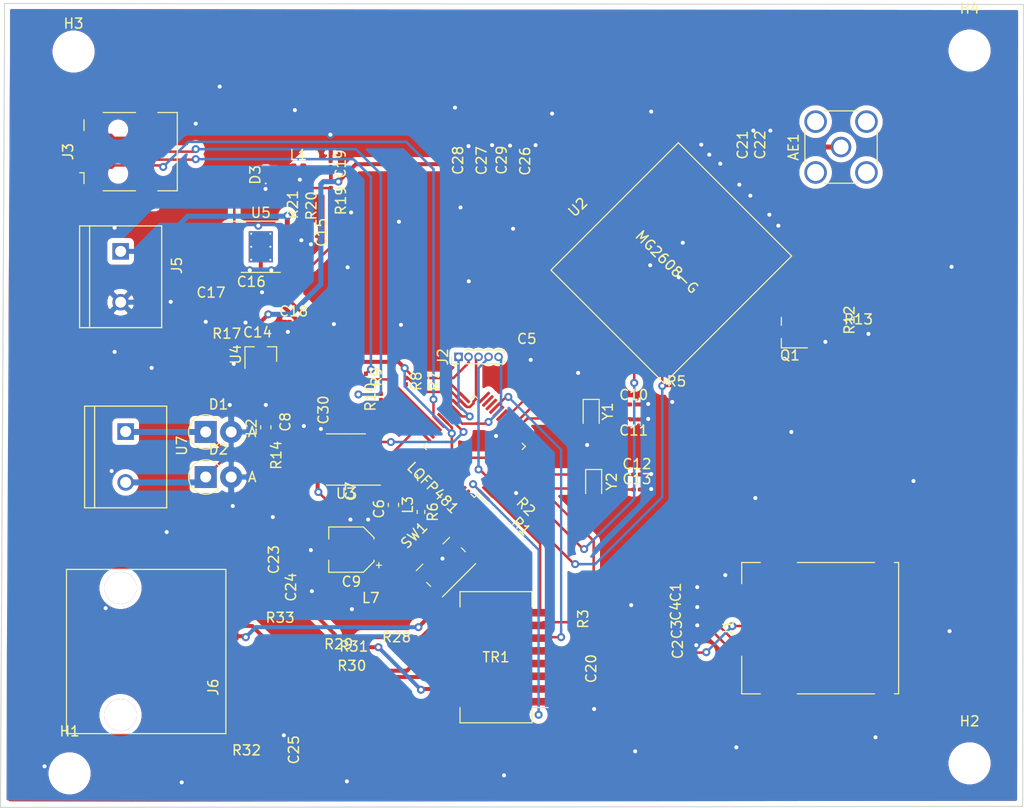
<source format=kicad_pcb>
(kicad_pcb (version 20171130) (host pcbnew "(5.1.10)-1")
  (layers (0 F.Cu signal) (31 B.Cu signal) (34 B.Paste user) (35 F.Paste user) (36 B.SilkS user) (37 F.SilkS user) (38 B.Mask user) (39 F.Mask user) (44 Edge.Cuts user))
  (net 0 "")
  (net 1 SIM_VDD)
  (net 2 SIM_RES)
  (net 3 SIM_CLK)
  (net 4 SIM_DATA)
  (net 5 "Net-(C5-Pad1)")
  (net 6 "Net-(C9-Pad1)")
  (net 7 "Net-(C10-Pad1)")
  (net 8 "Net-(C11-Pad1)")
  (net 9 "Net-(C12-Pad1)")
  (net 10 "Net-(C13-Pad1)")
  (net 11 "Net-(C15-Pad1)")
  (net 12 "Net-(C17-Pad2)")
  (net 13 "Net-(C23-Pad2)")
  (net 14 /ethernet/SHİELD)
  (net 15 +3V3)
  (net 16 "Net-(D1-Pad1)")
  (net 17 "Net-(D2-Pad1)")
  (net 18 "Net-(D3-Pad2)")
  (net 19 "Net-(J1-Pad6)")
  (net 20 "Net-(J2-Pad5)")
  (net 21 "Net-(J2-Pad4)")
  (net 22 "Net-(J2-Pad3)")
  (net 23 "Net-(J2-Pad2)")
  (net 24 "Net-(J2-Pad1)")
  (net 25 "Net-(J3-Pad4)")
  (net 26 "Net-(J3-Pad2)")
  (net 27 "Net-(J3-Pad3)")
  (net 28 "Net-(J3-Pad1)")
  (net 29 "Net-(J6-Pad11)")
  (net 30 GR-)
  (net 31 "Net-(J6-Pad9)")
  (net 32 YE-)
  (net 33 "Net-(J6-Pad7)")
  (net 34 "Net-(J6-Pad4)")
  (net 35 "Net-(J6-Pad6)")
  (net 36 "Net-(J6-Pad3)")
  (net 37 "Net-(J6-Pad2)")
  (net 38 "Net-(J6-Pad1)")
  (net 39 "Net-(LQFP481-Pad48)")
  (net 40 "Net-(LQFP481-Pad47)")
  (net 41 "Net-(LQFP481-Pad44)")
  (net 42 RS_RX)
  (net 43 UART_CTS)
  (net 44 UART_RTS)
  (net 45 "Net-(LQFP481-Pad37)")
  (net 46 "Net-(LQFP481-Pad36)")
  (net 47 RE_DE_IO)
  (net 48 "Net-(LQFP481-Pad34)")
  (net 49 "Net-(LQFP481-Pad33)")
  (net 50 RS_TX)
  (net 51 "Net-(LQFP481-Pad27)")
  (net 52 "Net-(LQFP481-Pad24)")
  (net 53 "Net-(LQFP481-Pad23)")
  (net 54 "Net-(LQFP481-Pad22)")
  (net 55 "Net-(LQFP481-Pad20)")
  (net 56 "Net-(LQFP481-Pad14)")
  (net 57 "Net-(LQFP481-Pad13)")
  (net 58 "Net-(LQFP481-Pad9)")
  (net 59 "Net-(LQFP481-Pad8)")
  (net 60 UART_RX)
  (net 61 UART_TX)
  (net 62 "Net-(LQFP481-Pad3)")
  (net 63 "Net-(Q1-Pad3)")
  (net 64 "Net-(Q1-Pad2)")
  (net 65 "Net-(R1-Pad1)")
  (net 66 "Net-(R2-Pad1)")
  (net 67 "Net-(R12-Pad1)")
  (net 68 "Net-(R19-Pad2)")
  (net 69 "Net-(R29-Pad1)")
  (net 70 GR+)
  (net 71 YE+)
  (net 72 "Net-(U2-Pad52)")
  (net 73 "Net-(U2-Pad51)")
  (net 74 "Net-(U2-Pad46)")
  (net 75 "Net-(U2-Pad45)")
  (net 76 "Net-(U2-Pad49)")
  (net 77 "Net-(U2-Pad48)")
  (net 78 "Net-(U2-Pad50)")
  (net 79 "Net-(U2-Pad47)")
  (net 80 "Net-(U2-Pad44)")
  (net 81 "Net-(U2-Pad43)")
  (net 82 "Net-(U2-Pad42)")
  (net 83 "Net-(U2-Pad41)")
  (net 84 "Net-(U2-Pad24)")
  (net 85 "Net-(U2-Pad21)")
  (net 86 "Net-(U2-Pad11)")
  (net 87 SIM_VCC)
  (net 88 "Net-(U2-Pad16)")
  (net 89 "Net-(U2-Pad18)")
  (net 90 "Net-(U2-Pad33)")
  (net 91 "Net-(U2-Pad34)")
  (net 92 "Net-(U2-Pad35)")
  (net 93 "Net-(U2-Pad36)")
  (net 94 "Net-(U2-Pad37)")
  (net 95 "Net-(U2-Pad38)")
  (net 96 "Net-(U2-Pad39)")
  (net 97 "Net-(U2-Pad40)")
  (net 98 "Net-(U2-Pad8)")
  (net 99 "Net-(U2-Pad7)")
  (net 100 "Net-(U2-Pad6)")
  (net 101 "Net-(U2-Pad5)")
  (net 102 "Net-(U2-Pad4)")
  (net 103 "Net-(U2-Pad3)")
  (net 104 "Net-(U2-Pad1)")
  (net 105 "Net-(U2-Pad2)")
  (net 106 "Net-(U5-Pad6)")
  (net 107 "Net-(U5-Pad2)")
  (net 108 +4V)
  (net 109 "Net-(C20-Pad2)")
  (net 110 "Net-(L3-Pad1)")
  (net 111 TXN-ETH)
  (net 112 RXP-ETH)
  (net 113 "Net-(LQFP481-Pad19)")
  (net 114 RXN-ETH)
  (net 115 TXP-ETH)
  (net 116 "Net-(R28-Pad1)")
  (net 117 "Net-(J3-Pad6)")
  (net 118 GND)
  (net 119 "Net-(U2-Pad17)")
  (net 120 "Net-(AE1-Pad1)")
  (net 121 "Net-(C16-Pad1)")
  (module Capacitor_SMD:C_0201_0603Metric (layer F.Cu) (at 110.975 63.73 90)
    (fp_text reference C19 (at 0 1 90) (layer F.SilkS))
    (fp_text value 330uF)
    (pad 2 smd roundrect (at 0.32 0 90) (size 0.46 0.4) (layers F.Cu F.Mask) (net 118 GND))
    (pad 1 smd roundrect (at -0.32 0 90) (size 0.46 0.4) (layers F.Cu F.Mask) (net 108 +4V))
  )
  (module Resistor_SMD:R_0201_0603Metric (layer F.Cu) (at 106.9 65.8 90)
    (fp_text reference R21 (at -2 0.3 90) (layer F.SilkS))
    (fp_text value 4.7k)
    (pad 2 smd roundrect (at 0.32 0 90) (size 0.46 0.4) (layers F.Cu F.Mask) (net 118 GND))
    (pad 1 smd roundrect (at -0.32 0 90) (size 0.46 0.4) (layers F.Cu F.Mask) (net 68 "Net-(R19-Pad2)"))
  )
  (module MountingHole:MountingHole_3.2mm_M3 (layer F.Cu) (at 174.8 123.6)
    (fp_text reference H2 (at 0 -4.2) (layer F.SilkS))
    (fp_text value MountingHole)
    (pad 1 np_thru_hole circle (at 0 0) (size 3.2 3.2) (drill 3.2) (layers *.Cu *.Mask))
  )
  (module MountingHole:MountingHole_3.2mm_M3 (layer F.Cu) (at 174.8 52.4)
    (fp_text reference H4 (at 0 -4.2) (layer F.SilkS))
    (fp_text value MountingHole)
    (pad "" np_thru_hole circle (at 0 0) (size 3.2 3.2) (drill 3.2) (layers *.Cu *.Mask))
  )
  (module MountingHole:MountingHole_3.2mm_M3 (layer F.Cu) (at 85.3 52.5)
    (fp_text reference H3 (at 0 -2.8) (layer F.SilkS))
    (fp_text value MountingHole)
    (pad 1 np_thru_hole circle (at 0 0) (size 3.2 3.2) (drill 3.2) (layers *.Cu *.Mask))
  )
  (module MountingHole:MountingHole_3.2mm_M3 (layer F.Cu) (at 84.9 124.6)
    (fp_text reference H1 (at 0 -4.2) (layer F.SilkS))
    (fp_text value MountingHole)
    (pad 1 np_thru_hole circle (at 0 0) (size 3.2 3.2) (drill 3.2) (layers *.Cu *.Mask))
  )
  (module Connector_Card:microSIM_JAE_SF53S006VCBR2000 (layer F.Cu) (at 159.2 110.1 90)
    (fp_text reference J1 (at 0 -8.5 90) (layer F.SilkS))
    (fp_text value SIM_Card)
    (pad 7 smd rect (at -1.055 -6.62 90) (size 0.65 1.15) (layers F.Cu F.Paste F.Mask) (net 4 SIM_DATA))
    (pad 6 smd rect (at 1.485 -6.62 90) (size 0.65 1.15) (layers F.Cu F.Paste F.Mask) (net 19 "Net-(J1-Pad6)"))
    (pad 5 smd rect (at 4.025 -6.62 90) (size 0.65 1.15) (layers F.Cu F.Paste F.Mask) (net 118 GND))
    (pad 3 smd rect (at -2.325 -6.62 90) (size 0.65 1.15) (layers F.Cu F.Paste F.Mask) (net 3 SIM_CLK))
    (pad 2 smd rect (at 0.215 -6.62 90) (size 0.65 1.15) (layers F.Cu F.Paste F.Mask) (net 2 SIM_RES))
    (pad 1 smd rect (at 2.755 -6.62 90) (size 0.65 1.15) (layers F.Cu F.Paste F.Mask) (net 1 SIM_VDD))
    (pad SH smd rect (at 2.545 6.53 90) (size 0.54 0.8) (layers F.Cu F.Paste F.Mask))
    (pad SH smd rect (at -2.535 6.53 90) (size 0.54 0.8) (layers F.Cu F.Paste F.Mask))
    (pad SH smd rect (at 6.27 -4.45 90) (size 0.45 1.3) (layers F.Cu F.Paste F.Mask))
    (pad SH smd rect (at 6.27 -2.45 90) (size 0.45 1.3) (layers F.Cu F.Paste F.Mask))
    (pad SH smd rect (at -6.27 -4.45 90) (size 0.45 1.3) (layers F.Cu F.Paste F.Mask))
    (pad SH smd rect (at -6.27 -2.45 90) (size 0.45 1.3) (layers F.Cu F.Paste F.Mask))
    (pad SH smd rect (at 6.105 7.11 90) (size 1.4 1.7) (layers F.Cu F.Paste F.Mask))
    (pad SH smd rect (at -6.105 7.11 90) (size 1.4 1.7) (layers F.Cu F.Paste F.Mask))
  )
  (module Button_Switch_SMD:Panasonic_EVQPUJ_EVQPUA (layer F.Cu) (at 122.5 104 45)
    (fp_text reference SW1 (at 0 -4.5 45) (layer F.SilkS))
    (fp_text value SW_Push)
    (pad 1 smd rect (at 2.625 -0.85 225) (size 1.55 1) (layers F.Cu F.Paste F.Mask) (net 118 GND))
    (pad 1 smd rect (at -2.625 -0.85 225) (size 1.55 1) (layers F.Cu F.Paste F.Mask) (net 118 GND))
    (pad 2 smd rect (at -2.625 0.85 225) (size 1.55 1) (layers F.Cu F.Paste F.Mask) (net 6 "Net-(C9-Pad1)"))
    (pad 2 smd rect (at 2.625 0.85 225) (size 1.55 1) (layers F.Cu F.Paste F.Mask) (net 6 "Net-(C9-Pad1)"))
  )
  (module Capacitor_SMD:C_0201_0603Metric (layer F.Cu) (at 137.25 116.32 90)
    (fp_text reference C20 (at 2.18 -0.25 90) (layer F.SilkS))
    (fp_text value 220n)
    (pad 2 smd roundrect (at 0.32 0 90) (size 0.46 0.4) (layers F.Cu F.Mask) (net 109 "Net-(C20-Pad2)"))
    (pad 1 smd roundrect (at -0.32 0 90) (size 0.46 0.4) (layers F.Cu F.Mask) (net 118 GND))
  )
  (module Resistor_SMD:R_0201_0603Metric (layer F.Cu) (at 114.5 85 270)
    (fp_text reference R9 (at 0 -1.05 90) (layer F.SilkS))
    (fp_text value 33R)
    (pad 2 smd roundrect (at 0.32 0 270) (size 0.46 0.4) (layers F.Cu F.Mask) (net 49 "Net-(LQFP481-Pad33)"))
    (pad 1 smd roundrect (at -0.32 0 270) (size 0.46 0.4) (layers F.Cu F.Mask) (net 26 "Net-(J3-Pad2)"))
  )
  (module Capacitor_SMD:C_0201_0603Metric (layer F.Cu) (at 154.93 61.83 90)
    (fp_text reference C22 (at 0 -1.05 90) (layer F.SilkS))
    (fp_text value 33p)
    (pad 2 smd roundrect (at 0.32 0 90) (size 0.46 0.4) (layers F.Cu F.Mask) (net 118 GND))
    (pad 1 smd roundrect (at -0.32 0 90) (size 0.46 0.4) (layers F.Cu F.Mask) (net 120 "Net-(AE1-Pad1)"))
  )
  (module Capacitor_SMD:C_0201_0603Metric (layer F.Cu) (at 153.18 61.83 90)
    (fp_text reference C21 (at 0 -1.05 90) (layer F.SilkS))
    (fp_text value 33p)
    (pad 2 smd roundrect (at 0.32 0 90) (size 0.46 0.4) (layers F.Cu F.Mask) (net 118 GND))
    (pad 1 smd roundrect (at -0.32 0 90) (size 0.46 0.4) (layers F.Cu F.Mask) (net 120 "Net-(AE1-Pad1)"))
  )
  (module Connector_Coaxial:SMA_Amphenol_132291_Vertical (layer F.Cu) (at 161.96 62.04 90)
    (fp_text reference AE1 (at 0 -4.75 90) (layer F.SilkS))
    (fp_text value Antenna)
    (pad 2 thru_hole circle (at -2.54 2.54 90) (size 2.25 2.25) (drill 1.7) (layers *.Cu *.Mask))
    (pad 2 thru_hole circle (at -2.54 -2.54 90) (size 2.25 2.25) (drill 1.7) (layers *.Cu *.Mask))
    (pad 2 thru_hole circle (at 2.54 -2.54 90) (size 2.25 2.25) (drill 1.7) (layers *.Cu *.Mask))
    (pad 2 thru_hole circle (at 2.54 2.54 90) (size 2.25 2.25) (drill 1.7) (layers *.Cu *.Mask))
    (pad 1 thru_hole circle (at 0 0 90) (size 2.05 2.05) (drill 1.5) (layers *.Cu *.Mask) (net 120 "Net-(AE1-Pad1)"))
  )
  (module Resistor_SMD:R_0201_0603Metric (layer F.Cu) (at 118.5 85.43 270)
    (fp_text reference R8 (at 0 -1.05 90) (layer F.SilkS))
    (fp_text value 100K)
    (pad 2 smd roundrect (at 0.32 0 270) (size 0.46 0.4) (layers F.Cu F.Mask) (net 15 +3V3))
    (pad 1 smd roundrect (at -0.32 0 270) (size 0.46 0.4) (layers F.Cu F.Mask) (net 22 "Net-(J2-Pad3)"))
  )
  (module Resistor_SMD:R_0201_0603Metric (layer F.Cu) (at 120.25 85.43 270)
    (fp_text reference R7 (at 0 -1.05 90) (layer F.SilkS))
    (fp_text value 100K)
    (pad 2 smd roundrect (at 0.32 0 270) (size 0.46 0.4) (layers F.Cu F.Mask) (net 15 +3V3))
    (pad 1 smd roundrect (at -0.32 0 270) (size 0.46 0.4) (layers F.Cu F.Mask) (net 23 "Net-(J2-Pad2)"))
  )
  (module Inductor_SMD:L_0603_1608Metric (layer F.Cu) (at 117.25 97.7875 270)
    (fp_text reference L3 (at 0 -1.43 90) (layer F.SilkS))
    (fp_text value L_Ferrite)
    (pad 2 smd roundrect (at 0.7875 0 270) (size 0.875 0.95) (layers F.Cu F.Paste F.Mask) (net 15 +3V3))
    (pad 1 smd roundrect (at -0.7875 0 270) (size 0.875 0.95) (layers F.Cu F.Paste F.Mask) (net 110 "Net-(L3-Pad1)"))
  )
  (module Inductor_SMD:L_0603_1608Metric (layer F.Cu) (at 104.5 90.0375 90)
    (fp_text reference L2 (at 0 -1.43 90) (layer F.SilkS))
    (fp_text value L_Ferrite)
    (pad 2 smd roundrect (at 0.7875 0 90) (size 0.875 0.95) (layers F.Cu F.Paste F.Mask) (net 118 GND))
    (pad 1 smd roundrect (at -0.7875 0 90) (size 0.875 0.95) (layers F.Cu F.Paste F.Mask) (net 118 GND))
  )
  (module Connector_USB:USB_Mini-B_Lumberg_2486_01_Horizontal (layer F.Cu) (at 89.75 62.5 90)
    (fp_text reference J3 (at 0 -5 90) (layer F.SilkS))
    (fp_text value USB_OTG)
    (pad "" np_thru_hole circle (at 2.2 0 90) (size 1 1) (drill 1) (layers *.Cu *.Mask))
    (pad "" np_thru_hole circle (at -2.2 0 90) (size 1 1) (drill 1) (layers *.Cu *.Mask))
    (pad 6 smd rect (at 4.45 2.85 90) (size 2 1.7) (layers F.Cu F.Paste F.Mask) (net 117 "Net-(J3-Pad6)"))
    (pad 6 smd rect (at 4.45 -2.6 90) (size 2 1.7) (layers F.Cu F.Paste F.Mask) (net 117 "Net-(J3-Pad6)"))
    (pad 6 smd rect (at -4.45 2.85 90) (size 2 1.7) (layers F.Cu F.Paste F.Mask) (net 117 "Net-(J3-Pad6)"))
    (pad 6 smd rect (at -4.45 -2.6 90) (size 2 1.7) (layers F.Cu F.Paste F.Mask) (net 117 "Net-(J3-Pad6)"))
    (pad 5 smd rect (at 1.6 -2.7 90) (size 0.5 2) (layers F.Cu F.Paste F.Mask) (net 118 GND))
    (pad 4 smd rect (at 0.8 -2.7 90) (size 0.5 2) (layers F.Cu F.Paste F.Mask) (net 25 "Net-(J3-Pad4)"))
    (pad 3 smd rect (at 0 -2.7 90) (size 0.5 2) (layers F.Cu F.Paste F.Mask) (net 27 "Net-(J3-Pad3)"))
    (pad 2 smd rect (at -0.8 -2.7 90) (size 0.5 2) (layers F.Cu F.Paste F.Mask) (net 26 "Net-(J3-Pad2)"))
    (pad 1 smd rect (at -1.6 -2.7 90) (size 0.5 2) (layers F.Cu F.Paste F.Mask) (net 28 "Net-(J3-Pad1)"))
  )
  (module Transformer_SMD:Transformer_Ethernet_Bourns_PT61017PEL (layer F.Cu) (at 127.5 113 180)
    (fp_text reference TR1 (at 0 0) (layer F.SilkS))
    (fp_text value PT61017PEL)
    (pad 12 smd rect (at 4.4 0.635 180) (size 1.7 0.76) (layers F.Cu F.Paste F.Mask))
    (pad 16 smd rect (at 4.4 -4.445 180) (size 1.7 0.76) (layers F.Cu F.Paste F.Mask) (net 38 "Net-(J6-Pad1)"))
    (pad 13 smd rect (at 4.4 -0.635 180) (size 1.7 0.76) (layers F.Cu F.Paste F.Mask))
    (pad 10 smd rect (at 4.4 3.175 180) (size 1.7 0.76) (layers F.Cu F.Paste F.Mask) (net 116 "Net-(R28-Pad1)"))
    (pad 15 smd rect (at 4.4 -3.175 180) (size 1.7 0.76) (layers F.Cu F.Paste F.Mask) (net 69 "Net-(R29-Pad1)"))
    (pad 9 smd rect (at 4.4 4.445 180) (size 1.7 0.76) (layers F.Cu F.Paste F.Mask) (net 35 "Net-(J6-Pad6)"))
    (pad 11 smd rect (at 4.4 1.905 180) (size 1.7 0.76) (layers F.Cu F.Paste F.Mask) (net 36 "Net-(J6-Pad3)"))
    (pad 14 smd rect (at 4.4 -1.905 180) (size 1.7 0.76) (layers F.Cu F.Paste F.Mask) (net 37 "Net-(J6-Pad2)"))
    (pad 8 smd rect (at -4.4 4.445 180) (size 1.7 0.76) (layers F.Cu F.Paste F.Mask) (net 114 RXN-ETH))
    (pad 6 smd rect (at -4.4 1.905 180) (size 1.7 0.76) (layers F.Cu F.Paste F.Mask) (net 112 RXP-ETH))
    (pad 5 smd rect (at -4.4 0.635 180) (size 1.7 0.76) (layers F.Cu F.Paste F.Mask))
    (pad 7 smd rect (at -4.4 3.175 180) (size 1.7 0.76) (layers F.Cu F.Paste F.Mask) (net 109 "Net-(C20-Pad2)"))
    (pad 4 smd rect (at -4.4 -0.635 180) (size 1.7 0.76) (layers F.Cu F.Paste F.Mask))
    (pad 3 smd rect (at -4.4 -1.905 180) (size 1.7 0.76) (layers F.Cu F.Paste F.Mask) (net 111 TXN-ETH))
    (pad 2 smd rect (at -4.4 -3.175 180) (size 1.7 0.76) (layers F.Cu F.Paste F.Mask) (net 109 "Net-(C20-Pad2)"))
    (pad 1 smd rect (at -4.4 -4.445 180) (size 1.7 0.76) (layers F.Cu F.Paste F.Mask) (net 115 TXP-ETH))
  )
  (module Resistor_SMD:R_0201_0603Metric (layer F.Cu) (at 137.25 109.18 90)
    (fp_text reference R3 (at 0 -1.05 90) (layer F.SilkS))
    (fp_text value 0)
    (pad 2 smd roundrect (at 0.32 0 90) (size 0.46 0.4) (layers F.Cu F.Mask) (net 15 +3V3))
    (pad 1 smd roundrect (at -0.32 0 90) (size 0.46 0.4) (layers F.Cu F.Mask) (net 109 "Net-(C20-Pad2)"))
  )
  (module Crystal:Crystal_SMD_2012-2Pin_2.0x1.2mm (layer F.Cu) (at 137.25 95.45 270)
    (fp_text reference Y2 (at 0 -1.8 90) (layer F.SilkS))
    (fp_text value 32.768kHz)
    (pad 2 smd rect (at 0.7 0 270) (size 0.6 1.1) (layers F.Cu F.Paste F.Mask) (net 10 "Net-(C13-Pad1)"))
    (pad 1 smd rect (at -0.7 0 270) (size 0.6 1.1) (layers F.Cu F.Paste F.Mask) (net 9 "Net-(C12-Pad1)"))
  )
  (module Crystal:Crystal_SMD_2012-2Pin_2.0x1.2mm (layer F.Cu) (at 137 88.45 270)
    (fp_text reference Y1 (at 0 -1.65 90) (layer F.SilkS))
    (fp_text value "4-24 Mhz")
    (pad 2 smd rect (at 0.7 0 270) (size 0.6 1.1) (layers F.Cu F.Paste F.Mask) (net 8 "Net-(C11-Pad1)"))
    (pad 1 smd rect (at -0.7 0 270) (size 0.6 1.1) (layers F.Cu F.Paste F.Mask) (net 7 "Net-(C10-Pad1)"))
  )
  (module 2liKlemens:TE_282837-2 (layer F.Cu) (at 90.5 93 270)
    (fp_text reference U7 (at -1.127255 -5.614945 90) (layer F.SilkS) (effects (font (size 1.002039 1.002039))))
    (fp_text value klemens-2)
    (pad 2 thru_hole circle (at 2.54 0 270) (size 1.65 1.65) (drill 1.1) (layers *.Cu *.Mask) (net 17 "Net-(D2-Pad1)"))
    (pad 1 thru_hole rect (at -2.54 0 270) (size 1.65 1.65) (drill 1.1) (layers *.Cu *.Mask) (net 16 "Net-(D1-Pad1)"))
  )
  (module Diode_THT:D_DO-41_SOD81_P2.54mm_Vertical_AnodeUp (layer F.Cu) (at 98.5 95)
    (fp_text reference D2 (at 1.27 -2.750635) (layer F.SilkS))
    (fp_text value D_Schottky)
    (fp_text user A (at 4.64 0) (layer F.SilkS))
    (pad 2 thru_hole oval (at 2.54 0) (size 2.2 2.2) (drill 1.1) (layers *.Cu *.Mask) (net 118 GND))
    (pad 1 thru_hole rect (at 0 0) (size 2.2 2.2) (drill 1.1) (layers *.Cu *.Mask) (net 17 "Net-(D2-Pad1)"))
  )
  (module Diode_THT:D_DO-41_SOD81_P2.54mm_Vertical_AnodeUp (layer F.Cu) (at 98.5 90.5)
    (fp_text reference D1 (at 1.27 -2.750635) (layer F.SilkS))
    (fp_text value D_Schottky)
    (fp_text user A (at 4.64 0) (layer F.SilkS))
    (pad 2 thru_hole oval (at 2.54 0) (size 2.2 2.2) (drill 1.1) (layers *.Cu *.Mask) (net 118 GND))
    (pad 1 thru_hole rect (at 0 0) (size 2.2 2.2) (drill 1.1) (layers *.Cu *.Mask) (net 16 "Net-(D1-Pad1)"))
  )
  (module Package_TO_SOT_SMD:SOT-23 (layer F.Cu) (at 104 82.75 90)
    (fp_text reference U4 (at 0 -2.5 90) (layer F.SilkS))
    (fp_text value MCP1700-1202E_SOT23)
    (pad 3 smd rect (at 1 0 90) (size 0.9 0.8) (layers F.Cu F.Paste F.Mask) (net 108 +4V))
    (pad 2 smd rect (at -1 0.95 90) (size 0.9 0.8) (layers F.Cu F.Paste F.Mask) (net 15 +3V3))
    (pad 1 smd rect (at -1 -0.95 90) (size 0.9 0.8) (layers F.Cu F.Paste F.Mask) (net 118 GND))
  )
  (module Package_TO_SOT_SMD:SuperSOT-3 (layer F.Cu) (at 156.85 80.5 180)
    (fp_text reference Q1 (at 0 -2.35) (layer F.SilkS))
    (fp_text value 2N2219)
    (pad 3 smd rect (at 1.1 0 180) (size 1.4 1) (layers F.Cu F.Paste F.Mask) (net 63 "Net-(Q1-Pad3)"))
    (pad 2 smd rect (at -1.1 0.95 180) (size 1.4 1) (layers F.Cu F.Paste F.Mask) (net 64 "Net-(Q1-Pad2)"))
    (pad 1 smd rect (at -1.1 -0.95 180) (size 1.4 1) (layers F.Cu F.Paste F.Mask) (net 118 GND))
  )
  (module Package_SO:HSOP-8-1EP_3.9x4.9mm_P1.27mm_EP2.41x3.1mm_ThermalVias (layer F.Cu) (at 104 72)
    (fp_text reference U5 (at 0 -3.4) (layer F.SilkS))
    (fp_text value L5973D)
    (pad 9 smd rect (at 0 0) (size 2.41 3.1) (layers B.Cu) (net 15 +3V3))
    (pad 9 thru_hole circle (at 0.955 1.3) (size 0.5 0.5) (drill 0.2) (layers *.Cu) (net 15 +3V3))
    (pad 9 thru_hole circle (at -0.955 1.3) (size 0.5 0.5) (drill 0.2) (layers *.Cu) (net 15 +3V3))
    (pad 9 thru_hole circle (at 0.955 0) (size 0.5 0.5) (drill 0.2) (layers *.Cu) (net 15 +3V3))
    (pad 9 thru_hole circle (at -0.955 0) (size 0.5 0.5) (drill 0.2) (layers *.Cu) (net 15 +3V3))
    (pad 9 thru_hole circle (at 0.955 -1.3) (size 0.5 0.5) (drill 0.2) (layers *.Cu) (net 15 +3V3))
    (pad 9 thru_hole circle (at -0.955 -1.3) (size 0.5 0.5) (drill 0.2) (layers *.Cu) (net 15 +3V3))
    (pad 9 smd rect (at 0 0) (size 2.41 3.1) (layers F.Cu F.Mask) (net 15 +3V3))
    (pad 8 smd roundrect (at 2.65 -1.905) (size 1.6 0.6) (layers F.Cu F.Paste F.Mask) (net 11 "Net-(C15-Pad1)"))
    (pad 7 smd roundrect (at 2.65 -0.635) (size 1.6 0.6) (layers F.Cu F.Paste F.Mask) (net 118 GND))
    (pad 6 smd roundrect (at 2.65 0.635) (size 1.6 0.6) (layers F.Cu F.Paste F.Mask) (net 106 "Net-(U5-Pad6)"))
    (pad 5 smd roundrect (at 2.65 1.905) (size 1.6 0.6) (layers F.Cu F.Paste F.Mask) (net 68 "Net-(R19-Pad2)"))
    (pad 4 smd roundrect (at -2.65 1.905) (size 1.6 0.6) (layers F.Cu F.Paste F.Mask) (net 121 "Net-(C16-Pad1)"))
    (pad 3 smd roundrect (at -2.65 0.635) (size 1.6 0.6) (layers F.Cu F.Paste F.Mask) (net 118 GND))
    (pad 2 smd roundrect (at -2.65 -0.635) (size 1.6 0.6) (layers F.Cu F.Paste F.Mask) (net 107 "Net-(U5-Pad2)"))
    (pad 1 smd roundrect (at -2.65 -1.905) (size 1.6 0.6) (layers F.Cu F.Paste F.Mask) (net 18 "Net-(D3-Pad2)"))
  )
  (module Package_SO:SOIC-8-1EP_3.9x4.9mm_P1.27mm_EP2.29x3mm (layer F.Cu) (at 112.5 93.25 180)
    (fp_text reference U3 (at 0 -3.4) (layer F.SilkS))
    (fp_text value SN65HVD10)
    (pad 9 smd rect (at 0 0 180) (size 2.29 3) (layers F.Cu F.Mask))
    (pad 8 smd roundrect (at 2.475 -1.905 180) (size 1.95 0.6) (layers F.Cu F.Paste F.Mask) (net 15 +3V3))
    (pad 7 smd roundrect (at 2.475 -0.635 180) (size 1.95 0.6) (layers F.Cu F.Paste F.Mask) (net 17 "Net-(D2-Pad1)"))
    (pad 6 smd roundrect (at 2.475 0.635 180) (size 1.95 0.6) (layers F.Cu F.Paste F.Mask) (net 16 "Net-(D1-Pad1)"))
    (pad 5 smd roundrect (at 2.475 1.905 180) (size 1.95 0.6) (layers F.Cu F.Paste F.Mask) (net 118 GND))
    (pad 4 smd roundrect (at -2.475 1.905 180) (size 1.95 0.6) (layers F.Cu F.Paste F.Mask) (net 50 RS_TX))
    (pad 3 smd roundrect (at -2.475 0.635 180) (size 1.95 0.6) (layers F.Cu F.Paste F.Mask) (net 47 RE_DE_IO))
    (pad 2 smd roundrect (at -2.475 -0.635 180) (size 1.95 0.6) (layers F.Cu F.Paste F.Mask) (net 47 RE_DE_IO))
    (pad 1 smd roundrect (at -2.475 -1.905 180) (size 1.95 0.6) (layers F.Cu F.Paste F.Mask) (net 42 RS_RX))
  )
  (module Module:MG2608-G (layer F.Cu) (at 135.317484 67.691495 45)
    (fp_text reference U2 (at 0 0.5 45) (layer F.SilkS))
    (fp_text value MG2608)
    (fp_text user MG2608-G (at 2.413 10.668 135) (layer F.SilkS))
    (pad 52 smd rect (at 0.8 6.544 225) (size 1 1) (layers F.Cu F.Paste F.Mask) (net 72 "Net-(U2-Pad52)"))
    (pad 51 smd rect (at 3.8 6.544 225) (size 1 1) (layers F.Cu F.Paste F.Mask) (net 73 "Net-(U2-Pad51)"))
    (pad 46 smd rect (at 3.8 15.55 225) (size 1 1) (layers F.Cu F.Paste F.Mask) (net 74 "Net-(U2-Pad46)"))
    (pad 45 smd rect (at 0.8 15.55 225) (size 1 1) (layers F.Cu F.Paste F.Mask) (net 75 "Net-(U2-Pad45)"))
    (pad 49 smd rect (at 6.8 9.544 225) (size 1 1) (layers F.Cu F.Paste F.Mask) (net 76 "Net-(U2-Pad49)"))
    (pad 48 smd rect (at 6.8 12.544 225) (size 1 1) (layers F.Cu F.Paste F.Mask) (net 77 "Net-(U2-Pad48)"))
    (pad 50 smd rect (at 6.8 6.544 225) (size 1 1) (layers F.Cu F.Paste F.Mask) (net 78 "Net-(U2-Pad50)"))
    (pad 47 smd rect (at 6.8 15.544 225) (size 1 1) (layers F.Cu F.Paste F.Mask) (net 79 "Net-(U2-Pad47)"))
    (pad 44 smd rect (at -2.2 15.55 225) (size 1 1) (layers F.Cu F.Paste F.Mask) (net 80 "Net-(U2-Pad44)"))
    (pad 43 smd rect (at -2.2 12.55 225) (size 1 1) (layers F.Cu F.Paste F.Mask) (net 81 "Net-(U2-Pad43)"))
    (pad 42 smd rect (at -2.2 9.55 225) (size 1 1) (layers F.Cu F.Paste F.Mask) (net 82 "Net-(U2-Pad42)"))
    (pad 41 smd rect (at -2.2 6.55 225) (size 1 1) (layers F.Cu F.Paste F.Mask) (net 83 "Net-(U2-Pad41)"))
    (pad 30 smd rect (at 11.05 4.73 135) (size 0.9 2) (layers F.Cu F.Paste F.Mask) (net 118 GND))
    (pad 24 smd rect (at 11.05 13.13 135) (size 0.9 2) (layers F.Cu F.Paste F.Mask Eco2.User) (net 84 "Net-(U2-Pad24)"))
    (pad 22 smd rect (at 11.05 15.93 135) (size 0.9 2) (layers F.Cu F.Paste F.Mask Eco2.User) (net 118 GND))
    (pad 25 smd rect (at 11.05 11.73 135) (size 0.9 2) (layers F.Cu F.Paste F.Mask Eco2.User) (net 118 GND))
    (pad 28 smd rect (at 11.05 7.53 135) (size 0.9 2) (layers F.Cu F.Paste F.Mask Eco2.User) (net 118 GND))
    (pad 27 smd rect (at 11.05 8.93 135) (size 0.9 2) (layers F.Cu F.Paste F.Mask Eco2.User) (net 120 "Net-(AE1-Pad1)"))
    (pad 29 smd rect (at 11.05 6.13 135) (size 0.9 2) (layers F.Cu F.Paste F.Mask) (net 118 GND))
    (pad 26 smd rect (at 11.05 10.33 135) (size 0.9 2) (layers F.Cu F.Paste F.Mask Eco2.User) (net 118 GND))
    (pad 23 smd rect (at 11.05 14.53 135) (size 0.9 2) (layers F.Cu F.Paste F.Mask Eco2.User) (net 118 GND))
    (pad 21 smd rect (at 11.05 17.33 135) (size 0.9 2) (layers F.Cu F.Paste F.Mask Eco2.User) (net 85 "Net-(U2-Pad21)"))
    (pad 11 smd rect (at -3.65 18.55 225) (size 0.9 2) (layers F.Cu F.Paste F.Mask) (net 86 "Net-(U2-Pad11)"))
    (pad 12 smd rect (at -2.25 18.55 225) (size 0.9 2) (layers F.Cu F.Paste F.Mask) (net 2 SIM_RES))
    (pad 13 smd rect (at -0.85 18.55 225) (size 0.9 2) (layers F.Cu F.Paste F.Mask) (net 3 SIM_CLK))
    (pad 14 smd rect (at 0.55 18.55 225) (size 0.9 2) (layers F.Cu F.Paste F.Mask) (net 4 SIM_DATA))
    (pad 15 smd rect (at 1.95 18.55 225) (size 0.9 2) (layers F.Cu F.Paste F.Mask) (net 87 SIM_VCC))
    (pad 16 smd rect (at 3.35 18.55 225) (size 0.9 2) (layers F.Cu F.Paste F.Mask) (net 88 "Net-(U2-Pad16)"))
    (pad 17 smd rect (at 4.75 18.55 225) (size 0.9 2) (layers F.Cu F.Paste F.Mask) (net 119 "Net-(U2-Pad17)"))
    (pad 18 smd rect (at 6.15 18.55 225) (size 0.9 2) (layers F.Cu F.Adhes F.Paste F.Mask) (net 89 "Net-(U2-Pad18)"))
    (pad 19 smd rect (at 7.55 18.55 225) (size 0.9 2) (layers F.Cu F.Paste F.Mask) (net 63 "Net-(Q1-Pad3)"))
    (pad 20 smd rect (at 8.95 18.55 225) (size 0.9 2) (layers F.Cu F.Paste F.Mask) (net 67 "Net-(R12-Pad1)"))
    (pad 31 smd rect (at 8.95 3.548 225) (size 0.9 2) (layers F.Cu F.Paste F.Mask) (net 108 +4V))
    (pad 32 smd rect (at 7.55 3.548 225) (size 0.9 2) (layers F.Cu F.Paste F.Mask) (net 108 +4V))
    (pad 33 smd rect (at 6.15 3.548 225) (size 0.9 2) (layers F.Cu F.Adhes F.Paste F.Mask) (net 90 "Net-(U2-Pad33)"))
    (pad 34 smd rect (at 4.75 3.548 225) (size 0.9 2) (layers F.Cu F.Paste F.Mask) (net 91 "Net-(U2-Pad34)"))
    (pad 35 smd rect (at 3.35 3.548 225) (size 0.9 2) (layers F.Cu F.Paste F.Mask) (net 92 "Net-(U2-Pad35)"))
    (pad 36 smd rect (at 1.95 3.548 225) (size 0.9 2) (layers F.Cu F.Paste F.Mask) (net 93 "Net-(U2-Pad36)"))
    (pad 37 smd rect (at 0.55 3.548 225) (size 0.9 2) (layers F.Cu F.Paste F.Mask) (net 94 "Net-(U2-Pad37)"))
    (pad 38 smd rect (at -0.85 3.548 225) (size 0.9 2) (layers F.Cu F.Paste F.Mask) (net 95 "Net-(U2-Pad38)"))
    (pad 39 smd rect (at -2.25 3.548 225) (size 0.9 2) (layers F.Cu F.Paste F.Mask) (net 96 "Net-(U2-Pad39)"))
    (pad 40 smd rect (at -3.65 3.548 225) (size 0.9 2) (layers F.Cu F.Paste F.Mask) (net 97 "Net-(U2-Pad40)"))
    (pad 10 smd rect (at -5.85 17.294 135) (size 0.9 2) (layers F.Cu F.Paste F.Mask Eco2.User) (net 65 "Net-(R1-Pad1)"))
    (pad 9 smd rect (at -5.85 15.894 135) (size 0.9 2) (layers F.Cu F.Paste F.Mask Eco2.User) (net 66 "Net-(R2-Pad1)"))
    (pad 8 smd rect (at -5.85 14.494 135) (size 0.9 2) (layers F.Cu F.Paste F.Mask Eco2.User) (net 98 "Net-(U2-Pad8)"))
    (pad 7 smd rect (at -5.85 13.094 135) (size 0.9 2) (layers F.Cu F.Paste F.Mask Eco2.User) (net 99 "Net-(U2-Pad7)"))
    (pad 6 smd rect (at -5.85 11.694 135) (size 0.9 2) (layers F.Cu F.Paste F.Mask Eco2.User) (net 100 "Net-(U2-Pad6)"))
    (pad 5 smd rect (at -5.85 10.294 135) (size 0.9 2) (layers F.Cu F.Paste F.Mask Eco2.User) (net 101 "Net-(U2-Pad5)"))
    (pad 4 smd rect (at -5.85 8.894 135) (size 0.9 2) (layers F.Cu F.Paste F.Mask Eco2.User) (net 102 "Net-(U2-Pad4)"))
    (pad 3 smd rect (at -5.85 7.494 135) (size 0.9 2) (layers F.Cu F.Paste F.Mask Eco2.User) (net 103 "Net-(U2-Pad3)"))
    (pad 1 smd rect (at -5.85 4.694 135) (size 0.9 2) (layers F.Cu F.Paste F.Mask) (net 104 "Net-(U2-Pad1)"))
    (pad 2 smd rect (at -5.85 6.094 135) (size 0.9 2) (layers F.Cu F.Paste F.Mask) (net 105 "Net-(U2-Pad2)"))
  )
  (module Resistor_SMD:R_0201_0603Metric (layer F.Cu) (at 105.93 108 180)
    (fp_text reference R33 (at 0 -1.05) (layer F.SilkS))
    (fp_text value 220)
    (pad 2 smd roundrect (at 0.32 0 180) (size 0.46 0.4) (layers F.Cu F.Mask) (net 31 "Net-(J6-Pad9)"))
    (pad 1 smd roundrect (at -0.32 0 180) (size 0.46 0.4) (layers F.Cu F.Mask) (net 71 YE+))
  )
  (module Resistor_SMD:R_0201_0603Metric (layer F.Cu) (at 102.57 121.25 180)
    (fp_text reference R32 (at 0 -1.05) (layer F.SilkS))
    (fp_text value 220)
    (pad 2 smd roundrect (at 0.32 0 180) (size 0.46 0.4) (layers F.Cu F.Mask) (net 29 "Net-(J6-Pad11)"))
    (pad 1 smd roundrect (at -0.32 0 180) (size 0.46 0.4) (layers F.Cu F.Mask) (net 70 GR+))
  )
  (module Resistor_SMD:R_0201_0603Metric (layer F.Cu) (at 111.07 111.75)
    (fp_text reference R31 (at 2.22 0.1778) (layer F.SilkS))
    (fp_text value 75)
    (pad 2 smd roundrect (at 0.32 0) (size 0.46 0.4) (layers F.Cu F.Mask) (net 13 "Net-(C23-Pad2)"))
    (pad 1 smd roundrect (at -0.32 0) (size 0.46 0.4) (layers F.Cu F.Mask) (net 33 "Net-(J6-Pad7)"))
  )
  (module Resistor_SMD:R_0201_0603Metric (layer F.Cu) (at 111 113.75)
    (fp_text reference R30 (at 2.093 0.1016) (layer F.SilkS))
    (fp_text value 75)
    (pad 2 smd roundrect (at 0.32 0) (size 0.46 0.4) (layers F.Cu F.Mask) (net 13 "Net-(C23-Pad2)"))
    (pad 1 smd roundrect (at -0.32 0) (size 0.46 0.4) (layers F.Cu F.Mask) (net 34 "Net-(J6-Pad4)"))
  )
  (module Resistor_SMD:R_0201_0603Metric (layer F.Cu) (at 113.93 111.75 180)
    (fp_text reference R29 (at 2.159 0.0508) (layer F.SilkS))
    (fp_text value 75)
    (pad 2 smd roundrect (at 0.32 0 180) (size 0.46 0.4) (layers F.Cu F.Mask) (net 13 "Net-(C23-Pad2)"))
    (pad 1 smd roundrect (at -0.32 0 180) (size 0.46 0.4) (layers F.Cu F.Mask) (net 69 "Net-(R29-Pad1)"))
  )
  (module Resistor_SMD:R_0201_0603Metric (layer F.Cu) (at 119.75 111 180)
    (fp_text reference R28 (at 2.1844 0) (layer F.SilkS))
    (fp_text value 75)
    (pad 2 smd roundrect (at 0.32 0 180) (size 0.46 0.4) (layers F.Cu F.Mask) (net 13 "Net-(C23-Pad2)"))
    (pad 1 smd roundrect (at -0.32 0 180) (size 0.46 0.4) (layers F.Cu F.Mask) (net 116 "Net-(R28-Pad1)"))
  )
  (module Resistor_SMD:R_0201_0603Metric (layer F.Cu) (at 109 65.82 90)
    (fp_text reference R20 (at -2.08 0.05 90) (layer F.SilkS))
    (fp_text value 4.7k)
    (pad 2 smd roundrect (at 0.32 0 90) (size 0.46 0.4) (layers F.Cu F.Mask) (net 118 GND))
    (pad 1 smd roundrect (at -0.32 0 90) (size 0.46 0.4) (layers F.Cu F.Mask) (net 68 "Net-(R19-Pad2)"))
  )
  (module Resistor_SMD:R_0201_0603Metric (layer F.Cu) (at 111 65.82 270)
    (fp_text reference R19 (at 1.58 -1 90) (layer F.SilkS))
    (fp_text value 5.6k)
    (pad 2 smd roundrect (at 0.32 0 270) (size 0.46 0.4) (layers F.Cu F.Mask) (net 68 "Net-(R19-Pad2)"))
    (pad 1 smd roundrect (at -0.32 0 270) (size 0.46 0.4) (layers F.Cu F.Mask) (net 108 +4V))
  )
  (module Resistor_SMD:R_0201_0603Metric (layer F.Cu) (at 101.1 79.575)
    (fp_text reference R17 (at -0.5 1.1) (layer F.SilkS))
    (fp_text value 4.7k)
    (pad 2 smd roundrect (at 0.32 0) (size 0.46 0.4) (layers F.Cu F.Mask) (net 118 GND))
    (pad 1 smd roundrect (at -0.32 0) (size 0.46 0.4) (layers F.Cu F.Mask) (net 12 "Net-(C17-Pad2)"))
  )
  (module Resistor_SMD:R_0201_0603Metric (layer F.Cu) (at 104.5 92.82 270)
    (fp_text reference R14 (at 0 -1.05 90) (layer F.SilkS))
    (fp_text value 120R)
    (pad 2 smd roundrect (at 0.32 0 270) (size 0.46 0.4) (layers F.Cu F.Mask) (net 17 "Net-(D2-Pad1)"))
    (pad 1 smd roundrect (at -0.32 0 270) (size 0.46 0.4) (layers F.Cu F.Mask) (net 16 "Net-(D1-Pad1)"))
  )
  (module Resistor_SMD:R_0201_0603Metric (layer F.Cu) (at 164.75 79.25 90)
    (fp_text reference R13 (at 0 -1.05 180) (layer F.SilkS))
    (fp_text value 47k)
    (pad 2 smd roundrect (at 0.32 0 90) (size 0.46 0.4) (layers F.Cu F.Mask) (net 64 "Net-(Q1-Pad2)"))
    (pad 1 smd roundrect (at -0.32 0 90) (size 0.46 0.4) (layers F.Cu F.Mask) (net 118 GND))
  )
  (module Resistor_SMD:R_0201_0603Metric (layer F.Cu) (at 161.75 79.32 270)
    (fp_text reference R12 (at 0 -1.05 90) (layer F.SilkS))
    (fp_text value 4.7k)
    (pad 2 smd roundrect (at 0.32 0 270) (size 0.46 0.4) (layers F.Cu F.Mask) (net 64 "Net-(Q1-Pad2)"))
    (pad 1 smd roundrect (at -0.32 0 270) (size 0.46 0.4) (layers F.Cu F.Mask) (net 67 "Net-(R12-Pad1)"))
  )
  (module Resistor_SMD:R_0201_0603Metric (layer F.Cu) (at 116 87 90)
    (fp_text reference R10 (at 0 -1.05 90) (layer F.SilkS))
    (fp_text value 33R)
    (pad 2 smd roundrect (at 0.32 0 90) (size 0.46 0.4) (layers F.Cu F.Mask) (net 27 "Net-(J3-Pad3)"))
    (pad 1 smd roundrect (at -0.32 0 90) (size 0.46 0.4) (layers F.Cu F.Mask) (net 48 "Net-(LQFP481-Pad34)"))
  )
  (module Resistor_SMD:R_0402_1005Metric (layer F.Cu) (at 120 98.49 270)
    (fp_text reference R6 (at 0 -1.17 90) (layer F.SilkS))
    (fp_text value 10K)
    (pad 2 smd roundrect (at 0.51 0 270) (size 0.54 0.64) (layers F.Cu F.Paste F.Mask) (net 6 "Net-(C9-Pad1)"))
    (pad 1 smd roundrect (at -0.51 0 270) (size 0.54 0.64) (layers F.Cu F.Paste F.Mask) (net 15 +3V3))
  )
  (module Resistor_SMD:R_0201_0603Metric (layer F.Cu) (at 145.52 86.5)
    (fp_text reference R5 (at 0 -1.05) (layer F.SilkS))
    (fp_text value 5.6K)
    (pad 2 smd roundrect (at 0.32 0) (size 0.46 0.4) (layers F.Cu F.Mask) (net 65 "Net-(R1-Pad1)"))
    (pad 1 smd roundrect (at -0.32 0) (size 0.46 0.4) (layers F.Cu F.Mask) (net 118 GND))
  )
  (module Resistor_SMD:R_0201_0603Metric (layer F.Cu) (at 131.226274 97.226274 135)
    (fp_text reference R2 (at 0 -1.05 135) (layer F.SilkS))
    (fp_text value 1k)
    (pad 2 smd roundrect (at 0.32 0 135) (size 0.46 0.4) (layers F.Cu F.Mask) (net 60 UART_RX))
    (pad 1 smd roundrect (at -0.32 0 135) (size 0.46 0.4) (layers F.Cu F.Mask) (net 66 "Net-(R2-Pad1)"))
  )
  (module Resistor_SMD:R_0201_0603Metric (layer F.Cu) (at 130.773726 99.173726 135)
    (fp_text reference R1 (at 0 -1.05 135) (layer F.SilkS))
    (fp_text value 1k)
    (pad 2 smd roundrect (at 0.32 0 135) (size 0.46 0.4) (layers F.Cu F.Mask) (net 61 UART_TX))
    (pad 1 smd roundrect (at -0.32 0 135) (size 0.46 0.4) (layers F.Cu F.Mask) (net 65 "Net-(R1-Pad1)"))
  )
  (module Package_QFP:LQFP-48_7x7mm_P0.5mm (layer F.Cu) (at 125.327215 91.940551 135)
    (fp_text reference LQFP481 (at 0 -5.85 135) (layer F.SilkS))
    (fp_text value NUC126LG4AE)
    (pad 48 smd roundrect (at -2.75 -4.1625 135) (size 0.3 1.475) (layers F.Cu F.Paste F.Mask) (net 39 "Net-(LQFP481-Pad48)"))
    (pad 47 smd roundrect (at -2.25 -4.1625 135) (size 0.3 1.475) (layers F.Cu F.Paste F.Mask) (net 40 "Net-(LQFP481-Pad47)"))
    (pad 46 smd roundrect (at -1.75 -4.1625 135) (size 0.3 1.475) (layers F.Cu F.Paste F.Mask) (net 111 TXN-ETH))
    (pad 45 smd roundrect (at -1.25 -4.1625 135) (size 0.3 1.475) (layers F.Cu F.Paste F.Mask) (net 6 "Net-(C9-Pad1)"))
    (pad 44 smd roundrect (at -0.75 -4.1625 135) (size 0.3 1.475) (layers F.Cu F.Paste F.Mask) (net 41 "Net-(LQFP481-Pad44)"))
    (pad 43 smd roundrect (at -0.25 -4.1625 135) (size 0.3 1.475) (layers F.Cu F.Paste F.Mask) (net 15 +3V3))
    (pad 42 smd roundrect (at 0.25 -4.1625 135) (size 0.3 1.475) (layers F.Cu F.Paste F.Mask) (net 110 "Net-(L3-Pad1)"))
    (pad 41 smd roundrect (at 0.75 -4.1625 135) (size 0.3 1.475) (layers F.Cu F.Paste F.Mask) (net 15 +3V3))
    (pad 40 smd roundrect (at 1.25 -4.1625 135) (size 0.3 1.475) (layers F.Cu F.Paste F.Mask) (net 42 RS_RX))
    (pad 39 smd roundrect (at 1.75 -4.1625 135) (size 0.3 1.475) (layers F.Cu F.Paste F.Mask) (net 43 UART_CTS))
    (pad 38 smd roundrect (at 2.25 -4.1625 135) (size 0.3 1.475) (layers F.Cu F.Paste F.Mask) (net 44 UART_RTS))
    (pad 37 smd roundrect (at 2.75 -4.1625 135) (size 0.3 1.475) (layers F.Cu F.Paste F.Mask) (net 45 "Net-(LQFP481-Pad37)"))
    (pad 36 smd roundrect (at 4.1625 -2.75 135) (size 1.475 0.3) (layers F.Cu F.Paste F.Mask) (net 46 "Net-(LQFP481-Pad36)"))
    (pad 35 smd roundrect (at 4.1625 -2.25 135) (size 1.475 0.3) (layers F.Cu F.Paste F.Mask) (net 47 RE_DE_IO))
    (pad 34 smd roundrect (at 4.1625 -1.75 135) (size 1.475 0.3) (layers F.Cu F.Paste F.Mask) (net 48 "Net-(LQFP481-Pad34)"))
    (pad 33 smd roundrect (at 4.1625 -1.25 135) (size 1.475 0.3) (layers F.Cu F.Paste F.Mask) (net 49 "Net-(LQFP481-Pad33)"))
    (pad 32 smd roundrect (at 4.1625 -0.75 135) (size 1.475 0.3) (layers F.Cu F.Paste F.Mask) (net 28 "Net-(J3-Pad1)"))
    (pad 31 smd roundrect (at 4.1625 -0.25 135) (size 1.475 0.3) (layers F.Cu F.Paste F.Mask) (net 15 +3V3))
    (pad 30 smd roundrect (at 4.1625 0.25 135) (size 1.475 0.3) (layers F.Cu F.Paste F.Mask) (net 50 RS_TX))
    (pad 29 smd roundrect (at 4.1625 0.75 135) (size 1.475 0.3) (layers F.Cu F.Paste F.Mask) (net 20 "Net-(J2-Pad5)"))
    (pad 28 smd roundrect (at 4.1625 1.25 135) (size 1.475 0.3) (layers F.Cu F.Paste F.Mask) (net 24 "Net-(J2-Pad1)"))
    (pad 27 smd roundrect (at 4.1625 1.75 135) (size 1.475 0.3) (layers F.Cu F.Paste F.Mask) (net 51 "Net-(LQFP481-Pad27)"))
    (pad 26 smd roundrect (at 4.1625 2.25 135) (size 1.475 0.3) (layers F.Cu F.Paste F.Mask) (net 22 "Net-(J2-Pad3)"))
    (pad 25 smd roundrect (at 4.1625 2.75 135) (size 1.475 0.3) (layers F.Cu F.Paste F.Mask) (net 23 "Net-(J2-Pad2)"))
    (pad 24 smd roundrect (at 2.75 4.1625 135) (size 0.3 1.475) (layers F.Cu F.Paste F.Mask) (net 52 "Net-(LQFP481-Pad24)"))
    (pad 23 smd roundrect (at 2.25 4.1625 135) (size 0.3 1.475) (layers F.Cu F.Paste F.Mask) (net 53 "Net-(LQFP481-Pad23)"))
    (pad 22 smd roundrect (at 1.75 4.1625 135) (size 0.3 1.475) (layers F.Cu F.Paste F.Mask) (net 54 "Net-(LQFP481-Pad22)"))
    (pad 21 smd roundrect (at 1.25 4.1625 135) (size 0.3 1.475) (layers F.Cu F.Paste F.Mask) (net 112 RXP-ETH))
    (pad 20 smd roundrect (at 0.75 4.1625 135) (size 0.3 1.475) (layers F.Cu F.Paste F.Mask) (net 55 "Net-(LQFP481-Pad20)"))
    (pad 19 smd roundrect (at 0.25 4.1625 135) (size 0.3 1.475) (layers F.Cu F.Paste F.Mask) (net 113 "Net-(LQFP481-Pad19)"))
    (pad 18 smd roundrect (at -0.25 4.1625 135) (size 0.3 1.475) (layers F.Cu F.Paste F.Mask) (net 5 "Net-(C5-Pad1)"))
    (pad 17 smd roundrect (at -0.75 4.1625 135) (size 0.3 1.475) (layers F.Cu F.Paste F.Mask) (net 118 GND))
    (pad 16 smd roundrect (at -1.25 4.1625 135) (size 0.3 1.475) (layers F.Cu F.Paste F.Mask) (net 7 "Net-(C10-Pad1)"))
    (pad 15 smd roundrect (at -1.75 4.1625 135) (size 0.3 1.475) (layers F.Cu F.Paste F.Mask) (net 8 "Net-(C11-Pad1)"))
    (pad 14 smd roundrect (at -2.25 4.1625 135) (size 0.3 1.475) (layers F.Cu F.Paste F.Mask) (net 56 "Net-(LQFP481-Pad14)"))
    (pad 13 smd roundrect (at -2.75 4.1625 135) (size 0.3 1.475) (layers F.Cu F.Paste F.Mask) (net 57 "Net-(LQFP481-Pad13)"))
    (pad 12 smd roundrect (at -4.1625 2.75 135) (size 1.475 0.3) (layers F.Cu F.Paste F.Mask) (net 9 "Net-(C12-Pad1)"))
    (pad 11 smd roundrect (at -4.1625 2.25 135) (size 1.475 0.3) (layers F.Cu F.Paste F.Mask) (net 10 "Net-(C13-Pad1)"))
    (pad 10 smd roundrect (at -4.1625 1.75 135) (size 1.475 0.3) (layers F.Cu F.Paste F.Mask) (net 15 +3V3))
    (pad 9 smd roundrect (at -4.1625 1.25 135) (size 1.475 0.3) (layers F.Cu F.Paste F.Mask) (net 58 "Net-(LQFP481-Pad9)"))
    (pad 8 smd roundrect (at -4.1625 0.75 135) (size 1.475 0.3) (layers F.Cu F.Paste F.Mask) (net 59 "Net-(LQFP481-Pad8)"))
    (pad 7 smd roundrect (at -4.1625 0.25 135) (size 1.475 0.3) (layers F.Cu F.Paste F.Mask) (net 60 UART_RX))
    (pad 6 smd roundrect (at -4.1625 -0.25 135) (size 1.475 0.3) (layers F.Cu F.Paste F.Mask) (net 118 GND))
    (pad 5 smd roundrect (at -4.1625 -0.75 135) (size 1.475 0.3) (layers F.Cu F.Paste F.Mask) (net 61 UART_TX))
    (pad 4 smd roundrect (at -4.1625 -1.25 135) (size 1.475 0.3) (layers F.Cu F.Paste F.Mask) (net 21 "Net-(J2-Pad4)"))
    (pad 3 smd roundrect (at -4.1625 -1.75 135) (size 1.475 0.3) (layers F.Cu F.Paste F.Mask) (net 62 "Net-(LQFP481-Pad3)"))
    (pad 2 smd roundrect (at -4.1625 -2.25 135) (size 1.475 0.3) (layers F.Cu F.Paste F.Mask) (net 114 RXN-ETH))
    (pad 1 smd roundrect (at -4.1625 -2.75 135) (size 1.475 0.3) (layers F.Cu F.Paste F.Mask) (net 115 TXP-ETH))
  )
  (module Inductor_SMD:L_0402_1005Metric (layer F.Cu) (at 114.985 108.25)
    (fp_text reference L7 (at 0 -1.17) (layer F.SilkS))
    (fp_text value 3H)
    (pad 2 smd roundrect (at 0.485 0) (size 0.59 0.64) (layers F.Cu F.Paste F.Mask) (net 14 /ethernet/SHİELD))
    (pad 1 smd roundrect (at -0.485 0) (size 0.59 0.64) (layers F.Cu F.Paste F.Mask) (net 118 GND))
  )
  (module Inductor_SMD:L_0402_1005Metric (layer F.Cu) (at 107.75 64)
    (fp_text reference L1 (at 0 -1.17) (layer F.SilkS))
    (fp_text value 33H)
    (pad 2 smd roundrect (at 0.485 0) (size 0.59 0.64) (layers F.Cu F.Paste F.Mask) (net 108 +4V))
    (pad 1 smd roundrect (at -0.485 0) (size 0.59 0.64) (layers F.Cu F.Paste F.Mask) (net 18 "Net-(D3-Pad2)"))
  )
  (module rj45:Würth_RJ45_SMD (layer F.Cu) (at 99.75 116 270)
    (fp_text reference J6 (at 0 0.5 90) (layer F.SilkS))
    (fp_text value 8P8C_LED_Shielded)
    (pad 11 smd rect (at 2.19 -1.04 270) (size 0.8 3.05) (layers F.Cu F.Paste F.Mask) (net 29 "Net-(J6-Pad11)"))
    (pad 12 smd rect (at 3.46 -1.04 270) (size 0.8 3.05) (layers F.Cu F.Paste F.Mask) (net 30 GR-))
    (pad 9 smd rect (at -10.6 -1.04 270) (size 0.8 3.05) (layers F.Cu F.Paste F.Mask) (net 31 "Net-(J6-Pad9)"))
    (pad 10 smd rect (at -9.33 -1.04 270) (size 0.8 3.05) (layers F.Cu F.Paste F.Mask) (net 32 YE-))
    (pad "" thru_hole circle (at -9.92 9.76 270) (size 3.2 3.2) (drill 3.2) (layers *.Cu))
    (pad "" thru_hole circle (at 2.78 9.76 270) (size 3.2 3.2) (drill 3.2) (layers *.Cu))
    (pad 7 smd rect (at -6.12 0 270) (size 0.8 4.05) (layers F.Cu F.Paste F.Mask) (net 33 "Net-(J6-Pad7)"))
    (pad 8 smd rect (at -7.14 0 270) (size 0.8 4.05) (layers F.Cu F.Paste F.Mask) (net 33 "Net-(J6-Pad7)"))
    (pad 5 smd rect (at -4.08 0 270) (size 0.8 4.05) (layers F.Cu F.Paste F.Mask) (net 34 "Net-(J6-Pad4)"))
    (pad 6 smd rect (at -5.1 0 270) (size 0.8 4.05) (layers F.Cu F.Paste F.Mask) (net 35 "Net-(J6-Pad6)"))
    (pad 3 smd rect (at -2.04 0 270) (size 0.8 4.05) (layers F.Cu F.Paste F.Mask) (net 36 "Net-(J6-Pad3)"))
    (pad 4 smd rect (at -3.06 0 270) (size 0.8 4.05) (layers F.Cu F.Paste F.Mask) (net 34 "Net-(J6-Pad4)"))
    (pad 2 smd rect (at -1.02 0 270) (size 0.8 4.05) (layers F.Cu F.Paste F.Mask) (net 37 "Net-(J6-Pad2)"))
    (pad 1 smd rect (at 0 0 270) (size 0.8 4.05) (layers F.Cu F.Paste F.Mask) (net 38 "Net-(J6-Pad1)"))
    (pad SH smd rect (at 5.5245 9.756 270) (size 1.82 3.89) (layers F.Cu F.Paste F.Mask) (net 14 /ethernet/SHİELD))
    (pad SH smd rect (at -12.6238 9.75614 270) (size 1.82 3.89) (layers F.Cu F.Paste F.Mask) (net 14 /ethernet/SHİELD))
  )
  (module 2liKlemens:TE_282837-2 (layer F.Cu) (at 90 75 270)
    (fp_text reference J5 (at -1.127255 -5.614945 90) (layer F.SilkS) (effects (font (size 1.002039 1.002039))))
    (fp_text value Conn_01x02_Male)
    (pad 2 thru_hole circle (at 2.54 0 270) (size 1.65 1.65) (drill 1.1) (layers *.Cu *.Mask) (net 118 GND))
    (pad 1 thru_hole rect (at -2.54 0 270) (size 1.65 1.65) (drill 1.1) (layers *.Cu *.Mask) (net 11 "Net-(C15-Pad1)"))
  )
  (module Connector_PinHeader_1.00mm:PinHeader_1x05_P1.00mm_Vertical (layer F.Cu) (at 123.75 83 90)
    (fp_text reference J2 (at 0 -1.56 90) (layer F.SilkS))
    (fp_text value Conn_01x05_Male)
    (pad 5 thru_hole oval (at 0 4 90) (size 0.85 0.85) (drill 0.5) (layers *.Cu *.Mask) (net 20 "Net-(J2-Pad5)"))
    (pad 4 thru_hole oval (at 0 3 90) (size 0.85 0.85) (drill 0.5) (layers *.Cu *.Mask) (net 21 "Net-(J2-Pad4)"))
    (pad 3 thru_hole oval (at 0 2 90) (size 0.85 0.85) (drill 0.5) (layers *.Cu *.Mask) (net 22 "Net-(J2-Pad3)"))
    (pad 2 thru_hole oval (at 0 1 90) (size 0.85 0.85) (drill 0.5) (layers *.Cu *.Mask) (net 23 "Net-(J2-Pad2)"))
    (pad 1 thru_hole rect (at 0 0 90) (size 0.85 0.85) (drill 0.5) (layers *.Cu *.Mask) (net 24 "Net-(J2-Pad1)"))
  )
  (module Diode_SMD:D_0201_0603Metric (layer F.Cu) (at 104.5 64.82 90)
    (fp_text reference D3 (at 0 -1.05 90) (layer F.SilkS))
    (fp_text value DIODE)
    (pad 2 smd roundrect (at 0.32 0 90) (size 0.46 0.4) (layers F.Cu F.Mask) (net 18 "Net-(D3-Pad2)"))
    (pad 1 smd roundrect (at -0.32 0 90) (size 0.46 0.4) (layers F.Cu F.Mask) (net 118 GND))
  )
  (module Capacitor_SMD:C_0201_0603Metric (layer F.Cu) (at 109.25 89.43 90)
    (fp_text reference C30 (at 1.13 1 270) (layer F.SilkS))
    (fp_text value 10u)
    (pad 2 smd roundrect (at 0.32 0 90) (size 0.46 0.4) (layers F.Cu F.Mask) (net 15 +3V3))
    (pad 1 smd roundrect (at -0.32 0 90) (size 0.46 0.4) (layers F.Cu F.Mask) (net 118 GND))
  )
  (module Capacitor_SMD:C_0201_0603Metric (layer F.Cu) (at 128.9 63.43 270)
    (fp_text reference C29 (at -0.08 0.85 90) (layer F.SilkS))
    (fp_text value 33p)
    (pad 2 smd roundrect (at 0.32 0 270) (size 0.46 0.4) (layers F.Cu F.Mask) (net 108 +4V))
    (pad 1 smd roundrect (at -0.32 0 270) (size 0.46 0.4) (layers F.Cu F.Mask) (net 118 GND))
  )
  (module Capacitor_SMD:C_0201_0603Metric (layer F.Cu) (at 124.75 63.37 90)
    (fp_text reference C28 (at 0 -1.05 90) (layer F.SilkS))
    (fp_text value 10p)
    (pad 2 smd roundrect (at 0.32 0 90) (size 0.46 0.4) (layers F.Cu F.Mask) (net 118 GND))
    (pad 1 smd roundrect (at -0.32 0 90) (size 0.46 0.4) (layers F.Cu F.Mask) (net 108 +4V))
  )
  (module Capacitor_SMD:C_0201_0603Metric (layer F.Cu) (at 127.1 63.4 90)
    (fp_text reference C27 (at 0 -1.05 90) (layer F.SilkS))
    (fp_text value 100n)
    (pad 2 smd roundrect (at 0.32 0 90) (size 0.46 0.4) (layers F.Cu F.Mask) (net 118 GND))
    (pad 1 smd roundrect (at -0.32 0 90) (size 0.46 0.4) (layers F.Cu F.Mask) (net 108 +4V))
  )
  (module Capacitor_SMD:C_0201_0603Metric (layer F.Cu) (at 131.45 63.45 90)
    (fp_text reference C26 (at 0 -1.05 90) (layer F.SilkS))
    (fp_text value 100u)
    (pad 2 smd roundrect (at 0.32 0 90) (size 0.46 0.4) (layers F.Cu F.Mask) (net 118 GND))
    (pad 1 smd roundrect (at -0.32 0 90) (size 0.46 0.4) (layers F.Cu F.Mask) (net 108 +4V))
  )
  (module Capacitor_SMD:C_0201_0603Metric (layer F.Cu) (at 106.25 122.25 270)
    (fp_text reference C25 (at 0 -1.05 90) (layer F.SilkS))
    (fp_text value 100uF)
    (pad 2 smd roundrect (at 0.32 0 270) (size 0.46 0.4) (layers F.Cu F.Mask) (net 14 /ethernet/SHİELD))
    (pad 1 smd roundrect (at -0.32 0 270) (size 0.46 0.4) (layers F.Cu F.Mask) (net 118 GND))
  )
  (module Capacitor_SMD:C_0201_0603Metric (layer F.Cu) (at 108.07 106 90)
    (fp_text reference C24 (at 0 -1.05 90) (layer F.SilkS))
    (fp_text value 100uF)
    (pad 2 smd roundrect (at 0.32 0 90) (size 0.46 0.4) (layers F.Cu F.Mask) (net 14 /ethernet/SHİELD))
    (pad 1 smd roundrect (at -0.32 0 90) (size 0.46 0.4) (layers F.Cu F.Mask) (net 118 GND))
  )
  (module Capacitor_SMD:C_0201_0603Metric (layer F.Cu) (at 104.25 103.25 270)
    (fp_text reference C23 (at 0 -1.05 90) (layer F.SilkS))
    (fp_text value 1nF)
    (pad 2 smd roundrect (at 0.32 0 270) (size 0.46 0.4) (layers F.Cu F.Mask) (net 13 "Net-(C23-Pad2)"))
    (pad 1 smd roundrect (at -0.32 0 270) (size 0.46 0.4) (layers F.Cu F.Mask) (net 14 /ethernet/SHİELD))
  )
  (module Capacitor_SMD:C_0201_0603Metric (layer F.Cu) (at 107.18 79.5 180)
    (fp_text reference C18 (at -0.095 1.05) (layer F.SilkS))
    (fp_text value 220nF)
    (pad 2 smd roundrect (at 0.32 0 180) (size 0.46 0.4) (layers F.Cu F.Mask) (net 118 GND))
    (pad 1 smd roundrect (at -0.32 0 180) (size 0.46 0.4) (layers F.Cu F.Mask) (net 15 +3V3))
  )
  (module Capacitor_SMD:C_0201_0603Metric (layer F.Cu) (at 101.1 76.525 180)
    (fp_text reference C17 (at 2.075 -0.05) (layer F.SilkS))
    (fp_text value 22nF)
    (pad 2 smd roundrect (at 0.32 0 180) (size 0.46 0.4) (layers F.Cu F.Mask) (net 12 "Net-(C17-Pad2)"))
    (pad 1 smd roundrect (at -0.32 0 180) (size 0.46 0.4) (layers F.Cu F.Mask) (net 121 "Net-(C16-Pad1)"))
  )
  (module Capacitor_SMD:C_0201_0603Metric (layer F.Cu) (at 103.05 76.55)
    (fp_text reference C16 (at 0 -1.05) (layer F.SilkS))
    (fp_text value 220uF)
    (pad 2 smd roundrect (at 0.32 0) (size 0.46 0.4) (layers F.Cu F.Mask) (net 118 GND))
    (pad 1 smd roundrect (at -0.32 0) (size 0.46 0.4) (layers F.Cu F.Mask) (net 121 "Net-(C16-Pad1)"))
  )
  (module Capacitor_SMD:C_0201_0603Metric (layer F.Cu) (at 109 70.57 270)
    (fp_text reference C15 (at 0 -1.05 90) (layer F.SilkS))
    (fp_text value 10uF)
    (pad 2 smd roundrect (at 0.32 0 270) (size 0.46 0.4) (layers F.Cu F.Mask) (net 118 GND))
    (pad 1 smd roundrect (at -0.32 0 270) (size 0.46 0.4) (layers F.Cu F.Mask) (net 11 "Net-(C15-Pad1)"))
  )
  (module Capacitor_SMD:C_0201_0603Metric (layer F.Cu) (at 103.68 79.5 180)
    (fp_text reference C14 (at 0 -1.05) (layer F.SilkS))
    (fp_text value 220nF)
    (pad 2 smd roundrect (at 0.32 0 180) (size 0.46 0.4) (layers F.Cu F.Mask) (net 118 GND))
    (pad 1 smd roundrect (at -0.32 0 180) (size 0.46 0.4) (layers F.Cu F.Mask) (net 108 +4V))
  )
  (module Capacitor_SMD:C_0201_0603Metric (layer F.Cu) (at 141.57 96.25)
    (fp_text reference C13 (at 0 -1.05) (layer F.SilkS))
    (fp_text value 20p)
    (pad 2 smd roundrect (at 0.32 0) (size 0.46 0.4) (layers F.Cu F.Mask) (net 118 GND))
    (pad 1 smd roundrect (at -0.32 0) (size 0.46 0.4) (layers F.Cu F.Mask) (net 10 "Net-(C13-Pad1)"))
  )
  (module Capacitor_SMD:C_0201_0603Metric (layer F.Cu) (at 141.57 94.75)
    (fp_text reference C12 (at 0 -1.05) (layer F.SilkS))
    (fp_text value 20p)
    (pad 2 smd roundrect (at 0.32 0) (size 0.46 0.4) (layers F.Cu F.Mask) (net 118 GND))
    (pad 1 smd roundrect (at -0.32 0) (size 0.46 0.4) (layers F.Cu F.Mask) (net 9 "Net-(C12-Pad1)"))
  )
  (module Capacitor_SMD:C_0201_0603Metric (layer F.Cu) (at 141.32 89.25)
    (fp_text reference C11 (at -0.07 1.1) (layer F.SilkS))
    (fp_text value 20p)
    (pad 2 smd roundrect (at 0.32 0) (size 0.46 0.4) (layers F.Cu F.Mask) (net 118 GND))
    (pad 1 smd roundrect (at -0.32 0) (size 0.46 0.4) (layers F.Cu F.Mask) (net 8 "Net-(C11-Pad1)"))
  )
  (module Capacitor_SMD:C_0201_0603Metric (layer F.Cu) (at 141.18 87.75)
    (fp_text reference C10 (at 0.07 -0.95) (layer F.SilkS))
    (fp_text value 20p)
    (pad 2 smd roundrect (at 0.32 0) (size 0.46 0.4) (layers F.Cu F.Mask) (net 118 GND))
    (pad 1 smd roundrect (at -0.32 0) (size 0.46 0.4) (layers F.Cu F.Mask) (net 7 "Net-(C10-Pad1)"))
  )
  (module Capacitor_SMD:CP_Elec_4x3 (layer F.Cu) (at 113.05 102.25 180)
    (fp_text reference C9 (at 0 -3.2) (layer F.SilkS))
    (fp_text value 10uF/10V)
    (pad 2 smd roundrect (at 1.8 0 180) (size 2.6 1.6) (layers F.Cu F.Paste F.Mask) (roundrect_rratio 0.15625) (net 118 GND))
    (pad 1 smd roundrect (at -1.8 0 180) (size 2.6 1.6) (layers F.Cu F.Paste F.Mask) (roundrect_rratio 0.15625) (net 6 "Net-(C9-Pad1)"))
  )
  (module Capacitor_SMD:C_0201_0603Metric (layer F.Cu) (at 107.5 89.5 90)
    (fp_text reference C8 (at 0 -1.05 90) (layer F.SilkS))
    (fp_text value 0.1uF)
    (pad 2 smd roundrect (at 0.32 0 90) (size 0.46 0.4) (layers F.Cu F.Mask) (net 15 +3V3))
    (pad 1 smd roundrect (at -0.32 0 90) (size 0.46 0.4) (layers F.Cu F.Mask) (net 118 GND))
  )
  (module Capacitor_SMD:C_0201_0603Metric (layer F.Cu) (at 113 98.18 270)
    (fp_text reference C7 (at -1.75 0 90) (layer F.SilkS))
    (fp_text value 0.1uF)
    (pad 2 smd roundrect (at 0.32 0 270) (size 0.46 0.4) (layers F.Cu F.Mask) (net 118 GND))
    (pad 1 smd roundrect (at -0.32 0 270) (size 0.46 0.4) (layers F.Cu F.Mask) (net 15 +3V3))
  )
  (module Capacitor_SMD:C_0201_0603Metric (layer F.Cu) (at 114.75 98.18 270)
    (fp_text reference C6 (at 0 -1.05 90) (layer F.SilkS))
    (fp_text value 0.1uF)
    (pad 2 smd roundrect (at 0.32 0 270) (size 0.46 0.4) (layers F.Cu F.Mask) (net 118 GND))
    (pad 1 smd roundrect (at -0.32 0 270) (size 0.46 0.4) (layers F.Cu F.Mask) (net 15 +3V3))
  )
  (module Capacitor_SMD:C_0201_0603Metric (layer F.Cu) (at 130.57 82.25)
    (fp_text reference C5 (at 0 -1.05) (layer F.SilkS))
    (fp_text value 0.1uF)
    (pad 2 smd roundrect (at 0.32 0) (size 0.46 0.4) (layers F.Cu F.Mask) (net 118 GND))
    (pad 1 smd roundrect (at -0.32 0) (size 0.46 0.4) (layers F.Cu F.Mask) (net 5 "Net-(C5-Pad1)"))
  )
  (module Capacitor_SMD:C_0201_0603Metric (layer F.Cu) (at 146.5 108.4 90)
    (fp_text reference C4 (at 0 -1.05 90) (layer F.SilkS))
    (fp_text value 33p)
    (pad 2 smd roundrect (at 0.32 0 90) (size 0.46 0.4) (layers F.Cu F.Mask) (net 118 GND))
    (pad 1 smd roundrect (at -0.32 0 90) (size 0.46 0.4) (layers F.Cu F.Mask) (net 4 SIM_DATA))
  )
  (module Capacitor_SMD:C_0201_0603Metric (layer F.Cu) (at 146.6 110.22 90)
    (fp_text reference C3 (at 0 -1.05 90) (layer F.SilkS))
    (fp_text value 33p)
    (pad 2 smd roundrect (at 0.32 0 90) (size 0.46 0.4) (layers F.Cu F.Mask) (net 118 GND))
    (pad 1 smd roundrect (at -0.32 0 90) (size 0.46 0.4) (layers F.Cu F.Mask) (net 3 SIM_CLK))
  )
  (module Capacitor_SMD:C_0201_0603Metric (layer F.Cu) (at 146.7 112.22 90)
    (fp_text reference C2 (at 0 -1.05 90) (layer F.SilkS))
    (fp_text value 33p)
    (pad 2 smd roundrect (at 0.32 0 90) (size 0.46 0.4) (layers F.Cu F.Mask) (net 118 GND))
    (pad 1 smd roundrect (at -0.32 0 90) (size 0.46 0.4) (layers F.Cu F.Mask) (net 2 SIM_RES))
  )
  (module Capacitor_SMD:C_0201_0603Metric (layer F.Cu) (at 146.5 106.52 90)
    (fp_text reference C1 (at 0 -1.05 90) (layer F.SilkS))
    (fp_text value 0.1u)
    (pad 2 smd roundrect (at 0.32 0 90) (size 0.46 0.4) (layers F.Cu F.Mask) (net 118 GND))
    (pad 1 smd roundrect (at -0.32 0 90) (size 0.46 0.4) (layers F.Cu F.Mask) (net 1 SIM_VDD))
  )
  (gr_line (start 78.4 51.9) (end 78.4 47.7) (layer Edge.Cuts) (width 0.1))
  (gr_line (start 180.2 52.1) (end 180.2 47.8) (layer Edge.Cuts) (width 0.1))
  (gr_line (start 180.1 127.9) (end 180.2 52.1) (layer Edge.Cuts) (width 0.1))
  (gr_line (start 78 128) (end 180.1 127.9) (layer Edge.Cuts) (width 0.1))
  (gr_line (start 78.4 51.9) (end 78 128) (layer Edge.Cuts) (width 0.1))
  (gr_line (start 180.2 47.8) (end 78.4 47.7) (layer Edge.Cuts) (width 0.1))
  (via (at 103.75 69.9) (size 0.8) (drill 0.4) (layers F.Cu B.Cu) (net 0))
  (segment (start 152.58 107.345) (end 151.305 107.345) (width 0.25) (layer F.Cu) (net 1))
  (segment (start 151.305 107.345) (end 151.3 107.35) (width 0.25) (layer F.Cu) (net 1))
  (segment (start 151.3 107.35) (end 150.4 107.35) (width 0.25) (layer F.Cu) (net 1))
  (segment (start 149.89 106.84) (end 146.5 106.84) (width 0.25) (layer F.Cu) (net 1))
  (segment (start 150.4 107.35) (end 149.89 106.84) (width 0.25) (layer F.Cu) (net 1))
  (via (at 151.1 109.9) (size 0.8) (drill 0.4) (layers F.Cu B.Cu) (net 2))
  (segment (start 151.115 109.885) (end 151.1 109.9) (width 0.25) (layer F.Cu) (net 2))
  (segment (start 152.58 109.885) (end 151.115 109.885) (width 0.25) (layer F.Cu) (net 2))
  (segment (start 151.1 109.9) (end 148.5 112.5) (width 0.25) (layer B.Cu) (net 2))
  (via (at 148.5 112.5) (size 0.8) (drill 0.4) (layers F.Cu B.Cu) (net 2))
  (segment (start 148.46 112.54) (end 148.5 112.5) (width 0.25) (layer F.Cu) (net 2))
  (segment (start 146.7 112.54) (end 148.46 112.54) (width 0.25) (layer F.Cu) (net 2))
  (segment (start 146.843325 82.399316) (end 147.7 83.255991) (width 0.25) (layer F.Cu) (net 2))
  (segment (start 147.7 83.255991) (end 147.7 100.1) (width 0.25) (layer F.Cu) (net 2))
  (segment (start 147.7 100.1) (end 143.8 104) (width 0.25) (layer F.Cu) (net 2))
  (segment (start 146.508942 112.54) (end 146.7 112.54) (width 0.25) (layer F.Cu) (net 2))
  (segment (start 143.8 109.831058) (end 146.508942 112.54) (width 0.25) (layer F.Cu) (net 2))
  (segment (start 143.8 104) (end 143.8 109.831058) (width 0.25) (layer F.Cu) (net 2))
  (segment (start 146.6 110.54) (end 149.24 110.54) (width 0.25) (layer F.Cu) (net 3))
  (segment (start 151.125 112.425) (end 152.58 112.425) (width 0.25) (layer F.Cu) (net 3))
  (segment (start 149.24 110.54) (end 151.125 112.425) (width 0.25) (layer F.Cu) (net 3))
  (segment (start 147.833274 81.409367) (end 148.540381 82.116474) (width 0.25) (layer F.Cu) (net 3))
  (segment (start 144.6 108.74) (end 146.4 110.54) (width 0.25) (layer F.Cu) (net 3))
  (segment (start 144.6 104.6) (end 144.6 108.74) (width 0.25) (layer F.Cu) (net 3))
  (segment (start 149.05 100.15) (end 144.6 104.6) (width 0.25) (layer F.Cu) (net 3))
  (segment (start 149.05 88.45) (end 149.05 100.15) (width 0.25) (layer F.Cu) (net 3))
  (segment (start 149 88.4) (end 149.05 88.45) (width 0.25) (layer F.Cu) (net 3))
  (segment (start 146.4 110.54) (end 146.6 110.54) (width 0.25) (layer F.Cu) (net 3))
  (segment (start 149 82.576093) (end 149 88.4) (width 0.25) (layer F.Cu) (net 3))
  (segment (start 147.833274 81.409367) (end 149 82.576093) (width 0.25) (layer F.Cu) (net 3))
  (segment (start 148.823224 80.426776) (end 148.823224 80.419417) (width 0.25) (layer F.Cu) (net 4))
  (segment (start 152.15498 111.155) (end 152.58 111.155) (width 0.25) (layer F.Cu) (net 4))
  (segment (start 146.5 108.72) (end 148.62 108.72) (width 0.25) (layer F.Cu) (net 4))
  (segment (start 151.055 111.155) (end 152.58 111.155) (width 0.25) (layer F.Cu) (net 4))
  (segment (start 148.62 108.72) (end 151.055 111.155) (width 0.25) (layer F.Cu) (net 4))
  (segment (start 145.5 107.92) (end 146.3 108.72) (width 0.25) (layer F.Cu) (net 4))
  (segment (start 145.5 105.4) (end 145.5 107.92) (width 0.25) (layer F.Cu) (net 4))
  (segment (start 146.3 108.72) (end 146.5 108.72) (width 0.25) (layer F.Cu) (net 4))
  (segment (start 150.25 100.65) (end 145.5 105.4) (width 0.25) (layer F.Cu) (net 4))
  (segment (start 150.25 81.896193) (end 150.25 100.65) (width 0.25) (layer F.Cu) (net 4))
  (segment (start 148.773224 80.423224) (end 150.25 81.9) (width 0.25) (layer F.Cu) (net 4))
  (segment (start 130.25 87.37132) (end 128.447324 89.173996) (width 0.23) (layer F.Cu) (net 5))
  (segment (start 130.25 82.25) (end 130.25 87.37132) (width 0.23) (layer F.Cu) (net 5))
  (segment (start 120 99.05) (end 120 99) (width 0.25) (layer F.Cu) (net 6))
  (segment (start 116.8 102.25) (end 120 99.05) (width 0.25) (layer F.Cu) (net 6))
  (segment (start 120.035532 99) (end 123.267766 95.767766) (width 0.25) (layer F.Cu) (net 6))
  (segment (start 120 99) (end 120.035532 99) (width 0.25) (layer F.Cu) (net 6))
  (segment (start 124.957196 102.744885) (end 121.244885 106.457196) (width 0.25) (layer F.Cu) (net 6))
  (segment (start 116.8 102.25) (end 114.85 102.25) (width 0.25) (layer F.Cu) (net 6))
  (segment (start 121.244885 106.457196) (end 120.402081 107.3) (width 0.25) (layer F.Cu) (net 6))
  (segment (start 119.9 107.3) (end 114.85 102.25) (width 0.25) (layer F.Cu) (net 6))
  (segment (start 120.402081 107.3) (end 119.9 107.3) (width 0.25) (layer F.Cu) (net 6))
  (segment (start 131.320874 87.75) (end 137 87.75) (width 0.25) (layer F.Cu) (net 7))
  (segment (start 129.189772 89.881102) (end 131.320874 87.75) (width 0.25) (layer F.Cu) (net 7))
  (segment (start 129.15443 89.881102) (end 129.189772 89.881102) (width 0.25) (layer F.Cu) (net 7))
  (segment (start 137 87.75) (end 140.86 87.75) (width 0.25) (layer F.Cu) (net 7))
  (segment (start 129.543324 90.234656) (end 130.62798 89.15) (width 0.25) (layer F.Cu) (net 8))
  (segment (start 130.62798 89.15) (end 137 89.15) (width 0.25) (layer F.Cu) (net 8))
  (segment (start 129.507984 90.234656) (end 129.543324 90.234656) (width 0.25) (layer F.Cu) (net 8))
  (segment (start 140.9 89.15) (end 141 89.25) (width 0.25) (layer F.Cu) (net 8))
  (segment (start 137 89.15) (end 140.9 89.15) (width 0.25) (layer F.Cu) (net 8))
  (segment (start 130.215091 92.939339) (end 130.215091 92.965091) (width 0.25) (layer F.Cu) (net 9))
  (segment (start 132 94.75) (end 137.25 94.75) (width 0.25) (layer F.Cu) (net 9))
  (segment (start 130.215091 92.965091) (end 132 94.75) (width 0.25) (layer F.Cu) (net 9))
  (segment (start 137.25 94.75) (end 141.25 94.75) (width 0.25) (layer F.Cu) (net 9))
  (segment (start 132.753986 96.15) (end 137.25 96.15) (width 0.25) (layer F.Cu) (net 10))
  (segment (start 129.896879 93.292893) (end 132.753986 96.15) (width 0.25) (layer F.Cu) (net 10))
  (segment (start 129.861537 93.292893) (end 129.896879 93.292893) (width 0.25) (layer F.Cu) (net 10))
  (segment (start 137.35 96.25) (end 137.25 96.15) (width 0.25) (layer F.Cu) (net 10))
  (segment (start 141.25 96.25) (end 137.35 96.25) (width 0.25) (layer F.Cu) (net 10))
  (segment (start 106.65 70.095) (end 106.65 68.9) (width 0.5) (layer F.Cu) (net 11))
  (segment (start 106.65 68.9) (end 106.65 68.9) (width 0.5) (layer F.Cu) (net 11))
  (via (at 106.65 68.9) (size 0.8) (drill 0.4) (layers F.Cu B.Cu) (net 11))
  (segment (start 107.45 70.095) (end 106.65 70.095) (width 0.25) (layer F.Cu) (net 11))
  (segment (start 106.805 70.25) (end 106.65 70.095) (width 0.25) (layer F.Cu) (net 11))
  (segment (start 108.845 70.095) (end 109 70.25) (width 0.4) (layer F.Cu) (net 11))
  (segment (start 106.65 70.095) (end 108.845 70.095) (width 0.4) (layer F.Cu) (net 11))
  (segment (start 90 72.46) (end 93.19 72.46) (width 0.508) (layer B.Cu) (net 11))
  (segment (start 93.19 72.46) (end 96.7 68.95) (width 0.508) (layer B.Cu) (net 11))
  (segment (start 106.6 68.95) (end 106.65 68.9) (width 0.508) (layer B.Cu) (net 11))
  (segment (start 96.7 68.95) (end 106.6 68.95) (width 0.508) (layer B.Cu) (net 11))
  (segment (start 100.78 76.525) (end 100.78 79.575) (width 0.25) (layer F.Cu) (net 12))
  (segment (start 111.39 113.68) (end 111.39 111.75) (width 0.4) (layer F.Cu) (net 13))
  (segment (start 111.32 113.75) (end 111.39 113.68) (width 0.4) (layer F.Cu) (net 13))
  (segment (start 113.61 111.75) (end 111.39 111.75) (width 0.4) (layer F.Cu) (net 13))
  (segment (start 113.61 111.452876) (end 113.61 111.75) (width 0.4) (layer F.Cu) (net 13))
  (segment (start 114.062876 111) (end 113.61 111.452876) (width 0.4) (layer F.Cu) (net 13))
  (segment (start 119.43 111) (end 114.062876 111) (width 0.4) (layer F.Cu) (net 13))
  (segment (start 111.39 110.71) (end 111.39 111.75) (width 0.4) (layer F.Cu) (net 13))
  (segment (start 107 105.85) (end 107 106.32) (width 0.381) (layer F.Cu) (net 13))
  (segment (start 104.77 103.62) (end 107 105.85) (width 0.381) (layer F.Cu) (net 13))
  (segment (start 104.77 103.57) (end 104.77 103.62) (width 0.381) (layer F.Cu) (net 13))
  (segment (start 107 106.32) (end 111.39 110.71) (width 0.381) (layer F.Cu) (net 13))
  (segment (start 104.25 103.57) (end 104.77 103.57) (width 0.381) (layer F.Cu) (net 13))
  (segment (start 90.44006 102.93) (end 104.25 102.93) (width 0.4) (layer F.Cu) (net 14))
  (segment (start 89.99386 103.3762) (end 90.44006 102.93) (width 0.4) (layer F.Cu) (net 14))
  (segment (start 91.0395 122.57) (end 89.994 121.5245) (width 0.4) (layer F.Cu) (net 14))
  (segment (start 106.25 122.57) (end 91.0395 122.57) (width 0.4) (layer F.Cu) (net 14))
  (segment (start 89.733798 103.3762) (end 89.99386 103.3762) (width 0.4) (layer F.Cu) (net 14))
  (segment (start 89.994 121.5245) (end 89.774498 121.5245) (width 0.4) (layer F.Cu) (net 14))
  (segment (start 108.07 105.68) (end 113.93 105.68) (width 0.25) (layer F.Cu) (net 14))
  (segment (start 115.47 107.22) (end 115.47 108.25) (width 0.25) (layer F.Cu) (net 14))
  (segment (start 113.93 105.68) (end 115.47 107.22) (width 0.25) (layer F.Cu) (net 14))
  (segment (start 88.6245 121.5245) (end 89.994 121.5245) (width 0.25) (layer F.Cu) (net 14))
  (segment (start 86.05 118.95) (end 88.6245 121.5245) (width 0.25) (layer F.Cu) (net 14))
  (segment (start 86.05 105.65) (end 86.05 118.95) (width 0.25) (layer F.Cu) (net 14))
  (segment (start 88.3238 103.3762) (end 86.05 105.65) (width 0.25) (layer F.Cu) (net 14))
  (segment (start 89.99386 103.3762) (end 88.3238 103.3762) (width 0.25) (layer F.Cu) (net 14))
  (segment (start 107.63 105.68) (end 108.07 105.68) (width 0.25) (layer F.Cu) (net 14))
  (segment (start 104.88 102.93) (end 107.63 105.68) (width 0.25) (layer F.Cu) (net 14))
  (segment (start 104.25 102.93) (end 104.88 102.93) (width 0.25) (layer F.Cu) (net 14))
  (segment (start 104 72) (end 104 74.75) (width 0.4) (layer F.Cu) (net 15))
  (segment (start 107.5 79.202876) (end 107.5 79.5) (width 0.4) (layer F.Cu) (net 15))
  (segment (start 105.75 77.452876) (end 107.5 79.202876) (width 0.4) (layer F.Cu) (net 15))
  (segment (start 104 74.75) (end 105.75 76.5) (width 0.4) (layer F.Cu) (net 15))
  (segment (start 105.75 76.5) (end 105.75 77.452876) (width 0.4) (layer F.Cu) (net 15))
  (segment (start 122.207106 89.173996) (end 122.207106 89.138654) (width 0.25) (layer F.Cu) (net 15))
  (segment (start 109.68 95.5) (end 110.025 95.155) (width 0.4) (layer F.Cu) (net 15))
  (via (at 109.75 96.5) (size 0.8) (drill 0.4) (layers F.Cu B.Cu) (net 15))
  (segment (start 109.68 96.43) (end 109.75 96.5) (width 0.4) (layer F.Cu) (net 15))
  (segment (start 109.68 95.5) (end 109.68 96.43) (width 0.4) (layer F.Cu) (net 15))
  (segment (start 107.57 89.11) (end 109.25 89.11) (width 0.4) (layer F.Cu) (net 15))
  (segment (start 107.5 89.18) (end 107.57 89.11) (width 0.4) (layer F.Cu) (net 15))
  (segment (start 105.5 83.75) (end 104.95 83.75) (width 0.4) (layer F.Cu) (net 15))
  (segment (start 105.75 83.5) (end 105.5 83.75) (width 0.4) (layer F.Cu) (net 15))
  (segment (start 113 97.86) (end 114.75 97.86) (width 0.25) (layer F.Cu) (net 15))
  (segment (start 115.665 98.575) (end 117.25 98.575) (width 0.25) (layer F.Cu) (net 15))
  (segment (start 114.95 97.86) (end 115.665 98.575) (width 0.25) (layer F.Cu) (net 15))
  (segment (start 114.75 97.86) (end 114.95 97.86) (width 0.25) (layer F.Cu) (net 15))
  (segment (start 119.405 98.575) (end 120 97.98) (width 0.25) (layer F.Cu) (net 15))
  (segment (start 117.25 98.575) (end 119.405 98.575) (width 0.25) (layer F.Cu) (net 15))
  (segment (start 120 97.62132) (end 122.56066 95.06066) (width 0.25) (layer F.Cu) (net 15))
  (segment (start 120 97.98) (end 120 97.62132) (width 0.25) (layer F.Cu) (net 15))
  (segment (start 111.11 97.86) (end 109.75 96.5) (width 0.25) (layer F.Cu) (net 15))
  (segment (start 113 97.86) (end 111.11 97.86) (width 0.25) (layer F.Cu) (net 15))
  (segment (start 118.5 84.27359) (end 118.5 84.25) (width 0.25) (layer F.Cu) (net 15))
  (segment (start 119.97641 85.75) (end 118.5 84.27359) (width 0.25) (layer F.Cu) (net 15))
  (segment (start 120.25 85.75) (end 119.97641 85.75) (width 0.25) (layer F.Cu) (net 15))
  (segment (start 118.5 84.25) (end 118.375 84.125) (width 0.4) (layer F.Cu) (net 15))
  (segment (start 118.375 84.125) (end 117.75 83.5) (width 0.4) (layer F.Cu) (net 15))
  (via (at 118.375 84.125) (size 0.8) (drill 0.4) (layers F.Cu B.Cu) (net 15))
  (segment (start 118.375 84.125) (end 118.375 85.375) (width 0.25) (layer B.Cu) (net 15))
  (via (at 123.080606 90.644088) (size 0.8) (drill 0.4) (layers F.Cu B.Cu) (net 15))
  (segment (start 118.375 85.938482) (end 123.080606 90.644088) (width 0.25) (layer B.Cu) (net 15))
  (segment (start 118.375 85.375) (end 118.375 85.938482) (width 0.25) (layer B.Cu) (net 15))
  (segment (start 123.080606 90.047496) (end 122.207106 89.173996) (width 0.25) (layer F.Cu) (net 15))
  (segment (start 123.080606 90.644088) (end 123.080606 90.047496) (width 0.25) (layer F.Cu) (net 15))
  (segment (start 123.080606 90.644088) (end 123.080606 93.1265) (width 0.25) (layer F.Cu) (net 15))
  (segment (start 122.56066 95.06066) (end 122.596 95.06066) (width 0.25) (layer F.Cu) (net 15))
  (segment (start 122.596 95.06066) (end 123.128607 94.528053) (width 0.25) (layer F.Cu) (net 15))
  (segment (start 123.080606 93.1265) (end 122.728553 93.478553) (width 0.25) (layer F.Cu) (net 15))
  (segment (start 128.940037 93.078499) (end 124.542821 93.078499) (width 0.25) (layer F.Cu) (net 15))
  (segment (start 129.507984 93.646446) (end 128.940037 93.078499) (width 0.25) (layer F.Cu) (net 15))
  (segment (start 124.542821 93.078499) (end 122.56066 95.06066) (width 0.25) (layer F.Cu) (net 15))
  (segment (start 122.535605 93.785605) (end 122.478553 93.728553) (width 0.25) (layer F.Cu) (net 15))
  (segment (start 123.128607 94.125989) (end 122.788223 93.785605) (width 0.25) (layer F.Cu) (net 15))
  (segment (start 123.128607 94.457371) (end 123.128607 94.125989) (width 0.25) (layer F.Cu) (net 15))
  (segment (start 122.56066 95.025318) (end 123.128607 94.457371) (width 0.25) (layer F.Cu) (net 15))
  (segment (start 122.56066 95.06066) (end 122.56066 95.025318) (width 0.25) (layer F.Cu) (net 15))
  (segment (start 122.788223 93.785605) (end 122.535605 93.785605) (width 0.25) (layer F.Cu) (net 15))
  (segment (start 122.478553 93.728553) (end 121.853553 94.353553) (width 0.25) (layer F.Cu) (net 15))
  (segment (start 122.728553 93.478553) (end 122.478553 93.728553) (width 0.25) (layer F.Cu) (net 15))
  (segment (start 137.25 108.86) (end 137.25 101.388462) (width 0.25) (layer F.Cu) (net 15))
  (segment (start 136.305769 100.444231) (end 129.507984 93.646446) (width 0.23) (layer F.Cu) (net 15))
  (segment (start 137.25 101.388462) (end 136.305769 100.444231) (width 0.25) (layer F.Cu) (net 15))
  (segment (start 107.5 83.8) (end 107.2 83.5) (width 0.4) (layer F.Cu) (net 15))
  (segment (start 107.2 83.5) (end 105.75 83.5) (width 0.4) (layer F.Cu) (net 15))
  (segment (start 107.5 89.18) (end 107.5 83.8) (width 0.4) (layer F.Cu) (net 15))
  (segment (start 117.75 83.5) (end 107.2 83.5) (width 0.4) (layer F.Cu) (net 15))
  (segment (start 107.5 83.2) (end 107.2 83.5) (width 0.4) (layer F.Cu) (net 15))
  (segment (start 107.5 79.5) (end 107.5 83.2) (width 0.4) (layer F.Cu) (net 15))
  (segment (start 108.935 92.5) (end 104.5 92.5) (width 0.25) (layer F.Cu) (net 16))
  (segment (start 109.05 92.615) (end 108.935 92.5) (width 0.25) (layer F.Cu) (net 16))
  (segment (start 110.025 92.615) (end 109.05 92.615) (width 0.25) (layer F.Cu) (net 16))
  (segment (start 100.5 92.5) (end 98.5 90.5) (width 0.25) (layer F.Cu) (net 16))
  (segment (start 104.5 92.5) (end 100.5 92.5) (width 0.25) (layer F.Cu) (net 16))
  (segment (start 90.54 90.5) (end 90.5 90.46) (width 0.6) (layer B.Cu) (net 16))
  (segment (start 98.5 90.5) (end 90.54 90.5) (width 0.6) (layer B.Cu) (net 16))
  (segment (start 105.245 93.885) (end 104.5 93.14) (width 0.25) (layer F.Cu) (net 17))
  (segment (start 110.025 93.885) (end 105.245 93.885) (width 0.25) (layer F.Cu) (net 17))
  (segment (start 100.36 93.14) (end 98.5 95) (width 0.25) (layer F.Cu) (net 17))
  (segment (start 104.5 93.14) (end 100.36 93.14) (width 0.25) (layer F.Cu) (net 17))
  (segment (start 97.96 95.54) (end 98.5 95) (width 0.6) (layer B.Cu) (net 17))
  (segment (start 90.5 95.54) (end 97.96 95.54) (width 0.6) (layer B.Cu) (net 17))
  (segment (start 101.35 70.095) (end 101.35 66.9) (width 0.25) (layer F.Cu) (net 18))
  (segment (start 103.75 64.5) (end 104.5 64.5) (width 0.25) (layer F.Cu) (net 18))
  (segment (start 101.35 66.9) (end 103.75 64.5) (width 0.25) (layer F.Cu) (net 18))
  (segment (start 105.85 64) (end 105.35 64.5) (width 0.508) (layer F.Cu) (net 18))
  (segment (start 107.265 64) (end 105.85 64) (width 0.508) (layer F.Cu) (net 18))
  (segment (start 104.82948 64.45599) (end 104.5 64.45599) (width 0.508) (layer F.Cu) (net 18))
  (segment (start 104.87349 64.5) (end 104.82948 64.45599) (width 0.508) (layer F.Cu) (net 18))
  (segment (start 105.35 64.5) (end 104.87349 64.5) (width 0.508) (layer F.Cu) (net 18))
  (via (at 126.75 89.5) (size 0.8) (drill 0.4) (layers F.Cu B.Cu) (net 20))
  (segment (start 122.914213 88.466889) (end 124.117307 89.669983) (width 0.25) (layer F.Cu) (net 20))
  (segment (start 124.117307 89.669983) (end 125.55274 89.669983) (width 0.25) (layer F.Cu) (net 20))
  (segment (start 125.55274 89.669983) (end 125.618707 89.604016) (width 0.25) (layer F.Cu) (net 20))
  (segment (start 126.580017 89.669983) (end 126.75 89.5) (width 0.25) (layer F.Cu) (net 20))
  (segment (start 125.55274 89.669983) (end 126.580017 89.669983) (width 0.25) (layer F.Cu) (net 20))
  (segment (start 126.75 89.5) (end 128 88.25) (width 0.25) (layer B.Cu) (net 20))
  (segment (start 128 83.25) (end 127.75 83) (width 0.25) (layer B.Cu) (net 20))
  (segment (start 128 88.25) (end 128 83.25) (width 0.25) (layer B.Cu) (net 20))
  (via (at 125.75 94.25) (size 0.8) (drill 0.4) (layers F.Cu B.Cu) (net 21))
  (segment (start 125.868898 94.25) (end 125.75 94.25) (width 0.25) (layer F.Cu) (net 21))
  (segment (start 127.386664 95.767766) (end 125.868898 94.25) (width 0.25) (layer F.Cu) (net 21))
  (segment (start 126.75 83.110002) (end 126.75 83) (width 0.25) (layer B.Cu) (net 21))
  (segment (start 125.75 84.110002) (end 126.75 83.110002) (width 0.25) (layer B.Cu) (net 21))
  (segment (start 125.75 94.25) (end 125.75 84.110002) (width 0.25) (layer B.Cu) (net 21))
  (segment (start 118.7 85.11) (end 120.09 86.5) (width 0.25) (layer F.Cu) (net 22))
  (segment (start 118.5 85.11) (end 118.7 85.11) (width 0.25) (layer F.Cu) (net 22))
  (segment (start 123.068644 86.5) (end 123.974873 87.406229) (width 0.25) (layer F.Cu) (net 22))
  (segment (start 120.09 86.5) (end 123.068644 86.5) (width 0.25) (layer F.Cu) (net 22))
  (segment (start 124.568644 88) (end 123.974873 87.406229) (width 0.25) (layer F.Cu) (net 22))
  (segment (start 125.249928 87.633792) (end 124.88372 88) (width 0.25) (layer F.Cu) (net 22))
  (segment (start 125.249928 87.456984) (end 125.249928 87.633792) (width 0.25) (layer F.Cu) (net 22))
  (segment (start 125.500001 87.206911) (end 125.249928 87.456984) (width 0.25) (layer F.Cu) (net 22))
  (segment (start 125.500001 83.249999) (end 125.500001 87.206911) (width 0.25) (layer F.Cu) (net 22))
  (segment (start 124.88372 88) (end 124.568644 88) (width 0.25) (layer F.Cu) (net 22))
  (segment (start 125.75 83) (end 125.500001 83.249999) (width 0.25) (layer F.Cu) (net 22))
  (segment (start 122.385752 85.11) (end 124.328427 87.052675) (width 0.25) (layer F.Cu) (net 23))
  (segment (start 123.24104 85.11) (end 122.11 85.11) (width 0.25) (layer F.Cu) (net 23))
  (segment (start 124.75 83) (end 124.75 83.60104) (width 0.25) (layer F.Cu) (net 23))
  (segment (start 124.75 83.60104) (end 123.24104 85.11) (width 0.25) (layer F.Cu) (net 23))
  (segment (start 122.11 85.11) (end 122.385752 85.11) (width 0.25) (layer F.Cu) (net 23))
  (segment (start 120.25 85.11) (end 122.11 85.11) (width 0.25) (layer F.Cu) (net 23))
  (via (at 124.866591 88.944982) (size 0.8) (drill 0.4) (layers F.Cu B.Cu) (net 24))
  (segment (start 124.099412 88.944982) (end 124.866591 88.944982) (width 0.25) (layer F.Cu) (net 24))
  (segment (start 123.267766 88.113336) (end 124.099412 88.944982) (width 0.25) (layer F.Cu) (net 24))
  (segment (start 123.75 87.828391) (end 123.75 83) (width 0.25) (layer B.Cu) (net 24))
  (segment (start 124.866591 88.944982) (end 123.75 87.828391) (width 0.25) (layer B.Cu) (net 24))
  (via (at 97.5 63.25) (size 0.8) (drill 0.4) (layers F.Cu B.Cu) (net 26))
  (segment (start 97.45 63.3) (end 97.5 63.25) (width 0.25) (layer F.Cu) (net 26))
  (segment (start 87.05 63.3) (end 97.45 63.3) (width 0.25) (layer F.Cu) (net 26))
  (via (at 115 84.25) (size 0.8) (drill 0.4) (layers F.Cu B.Cu) (net 26))
  (segment (start 114.93 84.25) (end 114.5 84.68) (width 0.25) (layer F.Cu) (net 26))
  (segment (start 115 84.25) (end 114.93 84.25) (width 0.25) (layer F.Cu) (net 26))
  (segment (start 115 83) (end 115 84.25) (width 0.25) (layer B.Cu) (net 26))
  (segment (start 115 65) (end 115 83) (width 0.25) (layer B.Cu) (net 26))
  (segment (start 113.25 63.25) (end 115 65) (width 0.25) (layer B.Cu) (net 26))
  (segment (start 97.5 63.25) (end 113.25 63.25) (width 0.25) (layer B.Cu) (net 26))
  (via (at 97.5 62.25) (size 0.8) (drill 0.4) (layers F.Cu B.Cu) (net 27))
  (segment (start 97.25 62.5) (end 97.5 62.25) (width 0.25) (layer F.Cu) (net 27))
  (segment (start 87.05 62.5) (end 97.25 62.5) (width 0.25) (layer F.Cu) (net 27))
  (via (at 113.75 86.75) (size 0.8) (drill 0.4) (layers F.Cu B.Cu) (net 27))
  (segment (start 115.93 86.75) (end 116 86.68) (width 0.25) (layer F.Cu) (net 27))
  (segment (start 113.75 86.75) (end 115.93 86.75) (width 0.25) (layer F.Cu) (net 27))
  (segment (start 115.75 86.75) (end 115.5 86.75) (width 0.25) (layer B.Cu) (net 27))
  (segment (start 116 86.5) (end 115.75 86.75) (width 0.25) (layer B.Cu) (net 27))
  (segment (start 115.5 86.75) (end 113.75 86.75) (width 0.25) (layer B.Cu) (net 27))
  (segment (start 116 64.75) (end 116 86.5) (width 0.25) (layer B.Cu) (net 27))
  (segment (start 113.5 62.25) (end 116 64.75) (width 0.25) (layer B.Cu) (net 27))
  (segment (start 97.5 62.25) (end 113.5 62.25) (width 0.25) (layer B.Cu) (net 27))
  (segment (start 89.128998 64.1) (end 89.353999 63.874999) (width 0.25) (layer F.Cu) (net 28))
  (segment (start 87.05 64.1) (end 89.128998 64.1) (width 0.25) (layer F.Cu) (net 28))
  (segment (start 89.353999 63.874999) (end 94.099999 63.874999) (width 0.25) (layer F.Cu) (net 28))
  (segment (start 94.099999 63.874999) (end 94.25 64.025) (width 0.25) (layer F.Cu) (net 28))
  (segment (start 94.25 64.025) (end 96.750001 61.524999) (width 0.25) (layer B.Cu) (net 28))
  (segment (start 96.750001 61.524999) (end 118.524999 61.524999) (width 0.25) (layer B.Cu) (net 28))
  (via (at 94.25 64.025) (size 0.8) (drill 0.4) (layers F.Cu B.Cu) (net 28))
  (via (at 121.25 87.25) (size 0.8) (drill 0.4) (layers F.Cu B.Cu) (net 28))
  (segment (start 121.25 88.923996) (end 121.25 87.25) (width 0.25) (layer F.Cu) (net 28))
  (segment (start 121.853553 89.527549) (end 121.25 88.923996) (width 0.25) (layer F.Cu) (net 28))
  (segment (start 121.25 87.25) (end 121.25 64.25) (width 0.25) (layer B.Cu) (net 28))
  (segment (start 118.524999 61.524999) (end 121.25 64.25) (width 0.25) (layer B.Cu) (net 28))
  (segment (start 99.015 118.19) (end 100.79 118.19) (width 0.25) (layer F.Cu) (net 29))
  (segment (start 98.939999 118.265001) (end 99.015 118.19) (width 0.25) (layer F.Cu) (net 29))
  (segment (start 98.939999 120.120001) (end 98.939999 118.265001) (width 0.25) (layer F.Cu) (net 29))
  (segment (start 100.069998 121.25) (end 98.939999 120.120001) (width 0.25) (layer F.Cu) (net 29))
  (segment (start 102.25 121.25) (end 100.069998 121.25) (width 0.25) (layer F.Cu) (net 29))
  (segment (start 103.01 105.4) (end 100.79 105.4) (width 0.22) (layer F.Cu) (net 31))
  (segment (start 105.61 108) (end 103.01 105.4) (width 0.22) (layer F.Cu) (net 31))
  (segment (start 103.13 109.88) (end 99.75 109.88) (width 0.4) (layer F.Cu) (net 33))
  (segment (start 105 111.75) (end 103.13 109.88) (width 0.4) (layer F.Cu) (net 33))
  (segment (start 110.75 111.75) (end 105 111.75) (width 0.4) (layer F.Cu) (net 33))
  (segment (start 99.75 109.88) (end 99.75 108.86) (width 0.4) (layer F.Cu) (net 33))
  (segment (start 109.87 112.94) (end 110.68 113.75) (width 0.4) (layer F.Cu) (net 34))
  (segment (start 99.75 112.94) (end 109.87 112.94) (width 0.4) (layer F.Cu) (net 34))
  (segment (start 99.75 111.92) (end 99.75 112.94) (width 0.4) (layer F.Cu) (net 34))
  (via (at 102.5 111) (size 0.8) (drill 0.4) (layers F.Cu B.Cu) (net 35))
  (segment (start 102.4 110.9) (end 102.5 111) (width 0.4) (layer F.Cu) (net 35))
  (segment (start 99.75 110.9) (end 102.4 110.9) (width 0.4) (layer F.Cu) (net 35))
  (segment (start 102.5 111) (end 103.5 110) (width 0.4) (layer B.Cu) (net 35))
  (segment (start 103.5 110) (end 119.75 110) (width 0.4) (layer B.Cu) (net 35))
  (segment (start 119.75 110) (end 119.75 110) (width 0.4) (layer B.Cu) (net 35))
  (via (at 119.75 110) (size 0.8) (drill 0.4) (layers F.Cu B.Cu) (net 35))
  (segment (start 121.195 108.555) (end 123.1 108.555) (width 0.4) (layer F.Cu) (net 35))
  (segment (start 119.75 110) (end 121.195 108.555) (width 0.4) (layer F.Cu) (net 35))
  (segment (start 121.85 111.095) (end 123.1 111.095) (width 0.4) (layer F.Cu) (net 36))
  (segment (start 118.59499 114.35001) (end 121.85 111.095) (width 0.4) (layer F.Cu) (net 36))
  (segment (start 110.342886 114.35001) (end 118.59499 114.35001) (width 0.4) (layer F.Cu) (net 36))
  (segment (start 109.952876 113.96) (end 110.342886 114.35001) (width 0.4) (layer F.Cu) (net 36))
  (segment (start 99.75 113.96) (end 109.952876 113.96) (width 0.4) (layer F.Cu) (net 36))
  (segment (start 123.025 114.98) (end 123.1 114.905) (width 0.4) (layer F.Cu) (net 37))
  (segment (start 99.75 114.98) (end 123.025 114.98) (width 0.4) (layer F.Cu) (net 37))
  (segment (start 103.62 117.445) (end 123.1 117.445) (width 0.4) (layer F.Cu) (net 38))
  (segment (start 102.175 116) (end 103.62 117.445) (width 0.4) (layer F.Cu) (net 38))
  (segment (start 99.75 116) (end 102.175 116) (width 0.4) (layer F.Cu) (net 38))
  (segment (start 120.309658 95.155) (end 114.975 95.155) (width 0.25) (layer F.Cu) (net 42))
  (segment (start 121.464658 94) (end 120.309658 95.155) (width 0.25) (layer F.Cu) (net 42))
  (segment (start 121.5 94) (end 121.464658 94) (width 0.25) (layer F.Cu) (net 42))
  (segment (start 114.975 93.885) (end 114.975 92.615) (width 0.25) (layer F.Cu) (net 47))
  (segment (start 117.135 92.615) (end 114.975 92.615) (width 0.25) (layer F.Cu) (net 47))
  (segment (start 119.9 89.85) (end 117.135 92.615) (width 0.25) (layer F.Cu) (net 47))
  (segment (start 120.05 89.85) (end 119.9 89.85) (width 0.25) (layer F.Cu) (net 47))
  (segment (start 120.788209 90.588209) (end 120.05 89.85) (width 0.25) (layer F.Cu) (net 47))
  (segment (start 120.792893 90.588209) (end 120.788209 90.588209) (width 0.25) (layer F.Cu) (net 47))
  (segment (start 118.23179 87.32) (end 121.146446 90.234656) (width 0.25) (layer F.Cu) (net 48))
  (segment (start 116 87.32) (end 118.23179 87.32) (width 0.25) (layer F.Cu) (net 48))
  (segment (start 118.488888 86.86999) (end 121.5 89.881102) (width 0.25) (layer F.Cu) (net 49))
  (segment (start 116.868898 85.25) (end 118.488888 86.86999) (width 0.25) (layer F.Cu) (net 49))
  (segment (start 114.5 85.25) (end 116.868898 85.25) (width 0.25) (layer F.Cu) (net 49))
  (via (at 124.25 90.5) (size 0.8) (drill 0.4) (layers F.Cu B.Cu) (net 50))
  (segment (start 122.570442 88.820442) (end 123.5 89.75) (width 0.25) (layer F.Cu) (net 50))
  (segment (start 122.56066 88.820442) (end 122.570442 88.820442) (width 0.25) (layer F.Cu) (net 50))
  (via (at 117 91.5) (size 0.8) (drill 0.4) (layers F.Cu B.Cu) (net 50))
  (segment (start 122.5 91.5) (end 117 91.5) (width 0.25) (layer B.Cu) (net 50))
  (segment (start 115.13 91.5) (end 114.975 91.345) (width 0.25) (layer F.Cu) (net 50))
  (segment (start 117 91.5) (end 115.13 91.5) (width 0.25) (layer F.Cu) (net 50))
  (segment (start 124.25 90.5) (end 123.25 91.5) (width 0.25) (layer B.Cu) (net 50))
  (segment (start 123.25 91.5) (end 122.5 91.5) (width 0.25) (layer B.Cu) (net 50))
  (segment (start 123.5 89.75) (end 124.25 90.5) (width 0.25) (layer F.Cu) (net 50))
  (segment (start 130.775558 97) (end 131 97) (width 0.25) (layer F.Cu) (net 60))
  (segment (start 128.482664 94.707106) (end 130.775558 97) (width 0.25) (layer F.Cu) (net 60))
  (segment (start 128.447324 94.707106) (end 128.482664 94.707106) (width 0.25) (layer F.Cu) (net 60))
  (segment (start 127.740217 95.449553) (end 128.54999 96.259326) (width 0.25) (layer F.Cu) (net 61))
  (segment (start 128.54999 96.94999) (end 130.547452 98.947452) (width 0.25) (layer F.Cu) (net 61))
  (segment (start 128.54999 96.259326) (end 128.54999 96.94999) (width 0.25) (layer F.Cu) (net 61))
  (segment (start 127.740217 95.414213) (end 127.740217 95.449553) (width 0.25) (layer F.Cu) (net 61))
  (segment (start 155.75 77.446699) (end 155.75 80.5) (width 0.25) (layer F.Cu) (net 63))
  (segment (start 153.772971 75.46967) (end 155.75 77.446699) (width 0.25) (layer F.Cu) (net 63))
  (segment (start 158.04 79.64) (end 161.75 79.64) (width 0.25) (layer F.Cu) (net 64))
  (segment (start 157.95 79.55) (end 158.04 79.64) (width 0.25) (layer F.Cu) (net 64))
  (segment (start 161.75 79.64) (end 161.95 79.64) (width 0.25) (layer F.Cu) (net 64))
  (segment (start 161.75 79.64) (end 162.735 79.64) (width 0.25) (layer F.Cu) (net 64))
  (segment (start 163.445 78.93) (end 164.75 78.93) (width 0.25) (layer F.Cu) (net 64))
  (segment (start 162.735 79.64) (end 163.445 78.93) (width 0.25) (layer F.Cu) (net 64))
  (segment (start 143.409614 84.139614) (end 143.409614 84.056774) (width 0.25) (layer F.Cu) (net 65))
  (via (at 135.4 103.7) (size 0.8) (drill 0.4) (layers F.Cu B.Cu) (net 65))
  (segment (start 135.3 103.7) (end 135.4 103.7) (width 0.25) (layer F.Cu) (net 65))
  (segment (start 131 99.4) (end 135.3 103.7) (width 0.25) (layer F.Cu) (net 65))
  (segment (start 135.4 103.7) (end 135.965685 103.7) (width 0.25) (layer B.Cu) (net 65))
  (segment (start 143.587832 84.056774) (end 143.409614 84.056774) (width 0.25) (layer F.Cu) (net 65))
  (segment (start 145.84 86.5) (end 145.84 86.308942) (width 0.25) (layer F.Cu) (net 65))
  (segment (start 135.965685 103.7) (end 137.4 103.7) (width 0.25) (layer B.Cu) (net 65))
  (via (at 144.1 85.9) (size 0.8) (drill 0.4) (layers F.Cu B.Cu) (net 65))
  (segment (start 144.1 97) (end 144.1 85.9) (width 0.25) (layer B.Cu) (net 65))
  (segment (start 137.4 103.7) (end 144.1 97) (width 0.25) (layer B.Cu) (net 65))
  (segment (start 144.1 84.74716) (end 143.409614 84.056774) (width 0.25) (layer F.Cu) (net 65))
  (segment (start 144.1 85.9) (end 144.1 84.74716) (width 0.25) (layer F.Cu) (net 65))
  (segment (start 145.84 86.3) (end 145.85 86.29) (width 0.25) (layer F.Cu) (net 65))
  (segment (start 145.84 86.5) (end 145.84 86.3) (width 0.25) (layer F.Cu) (net 65))
  (segment (start 145.46 85.9) (end 144.1 85.9) (width 0.25) (layer F.Cu) (net 65))
  (segment (start 145.85 86.29) (end 145.46 85.9) (width 0.25) (layer F.Cu) (net 65))
  (via (at 136.3 102.2) (size 0.8) (drill 0.4) (layers F.Cu B.Cu) (net 66))
  (segment (start 136.2 102.2) (end 136.3 102.2) (width 0.25) (layer F.Cu) (net 66))
  (segment (start 131.452548 97.452548) (end 136.2 102.2) (width 0.25) (layer F.Cu) (net 66))
  (segment (start 136.3 102.2) (end 141.2 97.3) (width 0.25) (layer B.Cu) (net 66))
  (via (at 141.3 85.6) (size 0.8) (drill 0.4) (layers F.Cu B.Cu) (net 66))
  (segment (start 141.3 97.2) (end 141.3 85.6) (width 0.25) (layer B.Cu) (net 66))
  (segment (start 141.2 97.3) (end 141.3 97.2) (width 0.25) (layer B.Cu) (net 66))
  (segment (start 141.3 84.18649) (end 142.419665 83.066825) (width 0.25) (layer F.Cu) (net 66))
  (segment (start 141.3 85.6) (end 141.3 84.18649) (width 0.25) (layer F.Cu) (net 66))
  (segment (start 159.2832 79) (end 154.76292 74.47972) (width 0.25) (layer F.Cu) (net 67))
  (segment (start 161.75 79) (end 159.2832 79) (width 0.25) (layer F.Cu) (net 67))
  (segment (start 106.65 73.905) (end 109.095 73.905) (width 0.25) (layer F.Cu) (net 68))
  (segment (start 109.095 73.905) (end 111 72) (width 0.25) (layer F.Cu) (net 68))
  (segment (start 111 72) (end 111 67.5) (width 0.25) (layer F.Cu) (net 68))
  (segment (start 111 67.5) (end 111 66.14) (width 0.25) (layer F.Cu) (net 68))
  (segment (start 109 66.14) (end 111 66.14) (width 0.25) (layer F.Cu) (net 68))
  (segment (start 109 66.14) (end 107.42 66.14) (width 0.25) (layer F.Cu) (net 68))
  (segment (start 106.92 66.14) (end 106.9 66.12) (width 0.25) (layer F.Cu) (net 68))
  (segment (start 107.42 66.14) (end 106.92 66.14) (width 0.25) (layer F.Cu) (net 68))
  (via (at 120 116.25) (size 0.8) (drill 0.4) (layers F.Cu B.Cu) (net 69))
  (segment (start 120.075 116.175) (end 120 116.25) (width 0.4) (layer F.Cu) (net 69))
  (segment (start 123.1 116.175) (end 120.075 116.175) (width 0.4) (layer F.Cu) (net 69))
  (via (at 115.75 112) (size 0.8) (drill 0.4) (layers F.Cu B.Cu) (net 69))
  (segment (start 120 116.25) (end 115.75 112) (width 0.4) (layer B.Cu) (net 69))
  (segment (start 114.5 112) (end 114.25 111.75) (width 0.4) (layer F.Cu) (net 69))
  (segment (start 115.75 112) (end 114.5 112) (width 0.4) (layer F.Cu) (net 69))
  (segment (start 144.154905 63.871704) (end 143.164955 64.861654) (width 0.5) (layer F.Cu) (net 108))
  (segment (start 143.164955 64.861654) (end 142.457848 64.154547) (width 0.4) (layer F.Cu) (net 108))
  (segment (start 104 79.5) (end 104 81) (width 0.4) (layer F.Cu) (net 108))
  (via (at 104.75 78.75) (size 0.8) (drill 0.4) (layers F.Cu B.Cu) (net 108))
  (segment (start 104.75 78.75) (end 104 79.5) (width 0.4) (layer F.Cu) (net 108))
  (via (at 111.75 65.5) (size 0.8) (drill 0.4) (layers F.Cu B.Cu) (net 108))
  (segment (start 111 65.5) (end 111.75 65.5) (width 0.25) (layer F.Cu) (net 108))
  (segment (start 107 78.75) (end 104.75 78.75) (width 0.508) (layer B.Cu) (net 108))
  (segment (start 110 75.75) (end 107 78.75) (width 0.508) (layer B.Cu) (net 108))
  (segment (start 110 65.75) (end 110 75.75) (width 0.508) (layer B.Cu) (net 108))
  (segment (start 110.25 65.5) (end 110 65.75) (width 0.508) (layer B.Cu) (net 108))
  (segment (start 111.75 65.5) (end 110.25 65.5) (width 0.508) (layer B.Cu) (net 108))
  (segment (start 143.164955 64.861654) (end 142.053301 63.75) (width 0.4) (layer F.Cu) (net 108))
  (segment (start 113.5 63.75) (end 111.75 65.5) (width 0.4) (layer F.Cu) (net 108))
  (segment (start 142.053301 63.75) (end 124.55 63.75) (width 0.4) (layer F.Cu) (net 108))
  (segment (start 124.55 63.75) (end 113.5 63.75) (width 0.4) (layer F.Cu) (net 108))
  (segment (start 104 81) (end 104 81.75) (width 0.508) (layer F.Cu) (net 108))
  (segment (start 108.285 64.05) (end 110.975 64.05) (width 0.381) (layer F.Cu) (net 108))
  (segment (start 108.235 64) (end 108.285 64.05) (width 0.381) (layer F.Cu) (net 108))
  (segment (start 111 64.075) (end 110.975 64.05) (width 0.381) (layer F.Cu) (net 108))
  (segment (start 111 65.5) (end 111 64.075) (width 0.381) (layer F.Cu) (net 108))
  (segment (start 132.190001 109.534999) (end 131.9 109.825) (width 0.23) (layer F.Cu) (net 109))
  (segment (start 132.225 109.5) (end 131.9 109.825) (width 0.25) (layer F.Cu) (net 109))
  (segment (start 137.25 109.5) (end 132.225 109.5) (width 0.25) (layer F.Cu) (net 109))
  (segment (start 132.075 116) (end 131.9 116.175) (width 0.25) (layer F.Cu) (net 109))
  (segment (start 136.68 116) (end 132.075 116) (width 0.25) (layer F.Cu) (net 109))
  (segment (start 137.25 115.89) (end 137.36 116) (width 0.25) (layer F.Cu) (net 109))
  (segment (start 137.25 109.5) (end 137.25 115.89) (width 0.25) (layer F.Cu) (net 109))
  (segment (start 136.68 116) (end 137.36 116) (width 0.25) (layer F.Cu) (net 109))
  (segment (start 119.914212 97) (end 122.207106 94.707106) (width 0.25) (layer F.Cu) (net 110))
  (segment (start 117.25 97) (end 119.914212 97) (width 0.25) (layer F.Cu) (net 110))
  (segment (start 130.82 114.905) (end 131.9 114.905) (width 0.23) (layer F.Cu) (net 111))
  (segment (start 130.25 114.335) (end 130.82 114.905) (width 0.23) (layer F.Cu) (net 111))
  (segment (start 130.25 104.5) (end 130.25 114.335) (width 0.23) (layer F.Cu) (net 111))
  (segment (start 123.063372 97.313372) (end 130.25 104.5) (width 0.23) (layer F.Cu) (net 111))
  (segment (start 123.063372 96.679268) (end 123.063372 97.313372) (width 0.23) (layer F.Cu) (net 111))
  (segment (start 123.62132 96.12132) (end 123.063372 96.679268) (width 0.23) (layer F.Cu) (net 111))
  (via (at 128.725 87) (size 0.8) (drill 0.4) (layers F.Cu B.Cu) (net 112))
  (segment (start 128.5 87) (end 128.725 87) (width 0.23) (layer F.Cu) (net 112))
  (segment (start 127.386664 88.113336) (end 128.5 87) (width 0.23) (layer F.Cu) (net 112))
  (via (at 134 111) (size 0.8) (drill 0.4) (layers F.Cu B.Cu) (net 112))
  (segment (start 134 92.275) (end 134 110.25) (width 0.23) (layer B.Cu) (net 112))
  (segment (start 128.725 87) (end 134 92.275) (width 0.23) (layer B.Cu) (net 112))
  (segment (start 134 110.25) (end 134 111) (width 0.25) (layer B.Cu) (net 112))
  (segment (start 131.995 111) (end 131.9 111.095) (width 0.25) (layer F.Cu) (net 112))
  (segment (start 134 111) (end 131.995 111) (width 0.25) (layer F.Cu) (net 112))
  (segment (start 131.9 108.555) (end 131.9 101.659976) (width 0.25) (layer F.Cu) (net 114))
  (segment (start 127.204684 97) (end 126.679557 96.474873) (width 0.25) (layer F.Cu) (net 114))
  (segment (start 127.240024 97) (end 127.204684 97) (width 0.25) (layer F.Cu) (net 114))
  (segment (start 131.9 101.659976) (end 127.240024 97) (width 0.25) (layer F.Cu) (net 114))
  (via (at 125.203764 95.714963) (size 0.8) (drill 0.4) (layers F.Cu B.Cu) (net 115))
  (segment (start 126.317228 96.828427) (end 125.203764 95.714963) (width 0.23) (layer F.Cu) (net 115))
  (segment (start 126.326003 96.828427) (end 126.317228 96.828427) (width 0.23) (layer F.Cu) (net 115))
  (via (at 131.75 118.75) (size 0.8) (drill 0.4) (layers F.Cu B.Cu) (net 115))
  (segment (start 131.75 102.261199) (end 131.75 118.75) (width 0.23) (layer B.Cu) (net 115))
  (segment (start 125.203764 95.714963) (end 131.75 102.261199) (width 0.23) (layer B.Cu) (net 115))
  (segment (start 131.75 117.595) (end 131.9 117.445) (width 0.23) (layer F.Cu) (net 115))
  (segment (start 131.75 118.75) (end 131.75 117.595) (width 0.23) (layer F.Cu) (net 115))
  (segment (start 121.245 109.825) (end 123.1 109.825) (width 0.4) (layer F.Cu) (net 116))
  (segment (start 120.07 111) (end 121.245 109.825) (width 0.4) (layer F.Cu) (net 116))
  (segment (start 92.6 66.95) (end 87.15 66.95) (width 0.25) (layer F.Cu) (net 117))
  (segment (start 87.15 58.05) (end 92.6 58.05) (width 0.25) (layer F.Cu) (net 117))
  (segment (start 85.7 58.05) (end 87.15 58.05) (width 0.25) (layer F.Cu) (net 117))
  (segment (start 84.75 59) (end 85.7 58.05) (width 0.25) (layer F.Cu) (net 117))
  (segment (start 84.75 66.12499) (end 84.75 59) (width 0.25) (layer F.Cu) (net 117))
  (segment (start 85.57501 66.95) (end 84.75 66.12499) (width 0.25) (layer F.Cu) (net 117))
  (segment (start 87.15 66.95) (end 85.57501 66.95) (width 0.25) (layer F.Cu) (net 117))
  (via (at 155.7 69.9) (size 0.8) (drill 0.4) (layers F.Cu B.Cu) (net 118))
  (segment (start 154.457824 71.142176) (end 155.7 69.9) (width 0.4) (layer F.Cu) (net 118))
  (segment (start 154.395225 71.142176) (end 154.457824 71.142176) (width 0.4) (layer F.Cu) (net 118))
  (via (at 154.8 68.8) (size 0.8) (drill 0.4) (layers F.Cu B.Cu) (net 118))
  (segment (start 153.447773 70.152227) (end 154.8 68.8) (width 0.4) (layer F.Cu) (net 118))
  (segment (start 153.405275 70.152227) (end 153.447773 70.152227) (width 0.4) (layer F.Cu) (net 118))
  (segment (start 151.627672 68.172328) (end 152.9 66.9) (width 0.4) (layer F.Cu) (net 118))
  (via (at 152.9 66.9) (size 0.8) (drill 0.4) (layers F.Cu B.Cu) (net 118))
  (segment (start 151.425376 68.172328) (end 151.627672 68.172328) (width 0.4) (layer F.Cu) (net 118))
  (via (at 151.8 65.8) (size 0.8) (drill 0.4) (layers F.Cu B.Cu) (net 118))
  (segment (start 150.435427 67.164573) (end 151.8 65.8) (width 0.4) (layer F.Cu) (net 118))
  (segment (start 150.435427 67.182378) (end 150.435427 67.164573) (width 0.4) (layer F.Cu) (net 118))
  (via (at 149.9 63.7) (size 0.8) (drill 0.4) (layers F.Cu B.Cu) (net 118))
  (segment (start 148.455528 65.144472) (end 149.9 63.7) (width 0.4) (layer F.Cu) (net 118))
  (segment (start 148.455528 65.202479) (end 148.455528 65.144472) (width 0.4) (layer F.Cu) (net 118))
  (via (at 148.8 62.8) (size 0.8) (drill 0.4) (layers F.Cu B.Cu) (net 118))
  (segment (start 147.465579 64.134421) (end 148.8 62.8) (width 0.4) (layer F.Cu) (net 118))
  (segment (start 147.465579 64.21253) (end 147.465579 64.134421) (width 0.4) (layer F.Cu) (net 118))
  (via (at 148 61.8) (size 0.8) (drill 0.4) (layers F.Cu B.Cu) (net 118))
  (segment (start 146.57742 63.22258) (end 148 61.8) (width 0.4) (layer F.Cu) (net 118))
  (segment (start 146.475629 63.22258) (end 146.57742 63.22258) (width 0.4) (layer F.Cu) (net 118))
  (via (at 150.4 104.8) (size 0.8) (drill 0.4) (layers F.Cu B.Cu) (net 118))
  (segment (start 151.675 106.075) (end 150.4 104.8) (width 0.4) (layer F.Cu) (net 118))
  (segment (start 152.58 106.075) (end 151.675 106.075) (width 0.4) (layer F.Cu) (net 118))
  (via (at 137.3 118.175) (size 0.8) (drill 0.4) (layers F.Cu B.Cu) (net 118))
  (segment (start 137.26 118.21) (end 137.3 118.25) (width 0.4) (layer F.Cu) (net 118))
  (segment (start 137.275 116.65) (end 137.275 118.16) (width 0.4) (layer F.Cu) (net 118))
  (via (at 106.3 120.8) (size 0.8) (drill 0.4) (layers F.Cu B.Cu) (net 118))
  (segment (start 106.25 120.85) (end 106.3 120.8) (width 0.4) (layer F.Cu) (net 118))
  (segment (start 106.25 121.93) (end 106.25 120.85) (width 0.4) (layer F.Cu) (net 118))
  (via (at 109.1 106.405) (size 0.8) (drill 0.4) (layers F.Cu B.Cu) (net 118))
  (segment (start 109.015 106.32) (end 109.1 106.405) (width 0.4) (layer F.Cu) (net 118))
  (segment (start 108.07 106.32) (end 109.015 106.32) (width 0.4) (layer F.Cu) (net 118))
  (via (at 109 102.3) (size 0.8) (drill 0.4) (layers F.Cu B.Cu) (net 118))
  (segment (start 109.05 102.25) (end 109 102.3) (width 0.4) (layer F.Cu) (net 118))
  (segment (start 111.25 102.25) (end 109.05 102.25) (width 0.4) (layer F.Cu) (net 118))
  (via (at 110 90.2) (size 0.8) (drill 0.4) (layers F.Cu B.Cu) (net 118))
  (segment (start 110.025 90.225) (end 110 90.2) (width 0.4) (layer F.Cu) (net 118))
  (segment (start 110.025 91.345) (end 110.025 90.225) (width 0.4) (layer F.Cu) (net 118))
  (segment (start 108.46 89.75) (end 108.3 89.91) (width 0.4) (layer F.Cu) (net 118))
  (via (at 108.3 89.91) (size 0.8) (drill 0.4) (layers F.Cu B.Cu) (net 118))
  (segment (start 109.25 89.75) (end 108.46 89.75) (width 0.4) (layer F.Cu) (net 118))
  (segment (start 107.59 89.91) (end 107.5 89.82) (width 0.4) (layer F.Cu) (net 118))
  (segment (start 108.3 89.91) (end 107.59 89.91) (width 0.4) (layer F.Cu) (net 118))
  (segment (start 104.5 90.825) (end 104.5 89.25) (width 0.4) (layer F.Cu) (net 118))
  (via (at 104.5 87.8) (size 0.8) (drill 0.4) (layers F.Cu B.Cu) (net 118))
  (segment (start 104.5 89.25) (end 104.5 87.8) (width 0.4) (layer F.Cu) (net 118))
  (via (at 100.9 87.8) (size 0.8) (drill 0.4) (layers F.Cu B.Cu) (net 118))
  (segment (start 101.04 87.94) (end 100.9 87.8) (width 0.6) (layer B.Cu) (net 118))
  (segment (start 101.04 90.5) (end 101.04 87.94) (width 0.6) (layer B.Cu) (net 118))
  (via (at 101.2 97.9) (size 0.8) (drill 0.4) (layers F.Cu B.Cu) (net 118))
  (segment (start 101.04 97.74) (end 101.2 97.9) (width 0.6) (layer F.Cu) (net 118))
  (segment (start 101.04 97.74) (end 101.2 97.9) (width 0.6) (layer B.Cu) (net 118))
  (segment (start 101.04 95) (end 101.04 97.74) (width 0.6) (layer B.Cu) (net 118))
  (via (at 95 77.5) (size 0.8) (drill 0.4) (layers F.Cu B.Cu) (net 118))
  (segment (start 94.96 77.54) (end 95 77.5) (width 0.4) (layer B.Cu) (net 118))
  (segment (start 90 77.54) (end 94.96 77.54) (width 0.508) (layer B.Cu) (net 118))
  (via (at 97.5 59.7) (size 0.8) (drill 0.4) (layers F.Cu B.Cu) (net 118))
  (segment (start 95.999999 61.200001) (end 97.5 59.7) (width 0.4) (layer F.Cu) (net 118))
  (segment (start 89.317999 61.200001) (end 95.999999 61.200001) (width 0.4) (layer F.Cu) (net 118))
  (segment (start 89.017998 60.9) (end 89.317999 61.200001) (width 0.4) (layer F.Cu) (net 118))
  (segment (start 87.05 60.9) (end 89.017998 60.9) (width 0.4) (layer F.Cu) (net 118))
  (via (at 164.7 80.7) (size 0.8) (drill 0.4) (layers F.Cu B.Cu) (net 118))
  (segment (start 164.75 80.65) (end 164.7 80.7) (width 0.4) (layer F.Cu) (net 118))
  (segment (start 164.75 79.57) (end 164.75 80.65) (width 0.4) (layer F.Cu) (net 118))
  (via (at 160.4 81.5) (size 0.8) (drill 0.4) (layers F.Cu B.Cu) (net 118))
  (segment (start 160.35 81.45) (end 160.4 81.5) (width 0.4) (layer F.Cu) (net 118))
  (segment (start 157.95 81.45) (end 160.35 81.45) (width 0.4) (layer F.Cu) (net 118))
  (via (at 147.6 106) (size 0.8) (drill 0.4) (layers F.Cu B.Cu) (net 118))
  (segment (start 147.4 106.2) (end 147.6 106) (width 0.4) (layer F.Cu) (net 118))
  (segment (start 146.5 106.2) (end 147.4 106.2) (width 0.4) (layer F.Cu) (net 118))
  (via (at 147.5 111.8) (size 0.8) (drill 0.4) (layers F.Cu B.Cu) (net 118))
  (segment (start 147.4 111.9) (end 147.5 111.8) (width 0.4) (layer F.Cu) (net 118))
  (segment (start 146.7 111.9) (end 147.4 111.9) (width 0.4) (layer F.Cu) (net 118))
  (via (at 147.6 109.815) (size 0.8) (drill 0.4) (layers F.Cu B.Cu) (net 118))
  (segment (start 147.515 109.9) (end 147.6 109.815) (width 0.4) (layer F.Cu) (net 118))
  (segment (start 146.6 109.9) (end 147.515 109.9) (width 0.4) (layer F.Cu) (net 118))
  (via (at 147.6 107.995) (size 0.8) (drill 0.4) (layers F.Cu B.Cu) (net 118))
  (segment (start 147.515 108.08) (end 147.6 107.995) (width 0.4) (layer F.Cu) (net 118))
  (segment (start 146.5 108.08) (end 147.515 108.08) (width 0.4) (layer F.Cu) (net 118))
  (via (at 142.7 87.7) (size 0.8) (drill 0.4) (layers F.Cu B.Cu) (net 118))
  (segment (start 142.65 87.75) (end 142.7 87.7) (width 0.25) (layer F.Cu) (net 118))
  (segment (start 141.5 87.75) (end 142.65 87.75) (width 0.25) (layer F.Cu) (net 118))
  (via (at 142.7 89.2) (size 0.8) (drill 0.4) (layers F.Cu B.Cu) (net 118))
  (segment (start 142.65 89.25) (end 142.7 89.2) (width 0.25) (layer F.Cu) (net 118))
  (segment (start 141.64 89.25) (end 142.65 89.25) (width 0.25) (layer F.Cu) (net 118))
  (via (at 143 94.7) (size 0.8) (drill 0.4) (layers F.Cu B.Cu) (net 118))
  (segment (start 142.95 94.75) (end 143 94.7) (width 0.25) (layer F.Cu) (net 118))
  (segment (start 141.89 94.75) (end 142.95 94.75) (width 0.25) (layer F.Cu) (net 118))
  (via (at 143 96.2) (size 0.8) (drill 0.4) (layers F.Cu B.Cu) (net 118))
  (segment (start 142.95 96.25) (end 143 96.2) (width 0.25) (layer F.Cu) (net 118))
  (segment (start 141.89 96.25) (end 142.95 96.25) (width 0.25) (layer F.Cu) (net 118))
  (via (at 154.9 60.4) (size 0.8) (drill 0.4) (layers F.Cu B.Cu) (net 118))
  (segment (start 154.93 60.43) (end 154.9 60.4) (width 0.25) (layer F.Cu) (net 118))
  (segment (start 154.93 61.51) (end 154.93 60.43) (width 0.25) (layer F.Cu) (net 118))
  (via (at 153.2 60.4) (size 0.8) (drill 0.4) (layers F.Cu B.Cu) (net 118))
  (segment (start 153.18 60.42) (end 153.2 60.4) (width 0.25) (layer F.Cu) (net 118))
  (segment (start 153.18 61.51) (end 153.18 60.42) (width 0.25) (layer F.Cu) (net 118))
  (via (at 104.475 66.225) (size 0.8) (drill 0.4) (layers F.Cu B.Cu) (net 118))
  (via (at 106.7 80.5) (size 0.8) (drill 0.4) (layers F.Cu B.Cu) (net 118))
  (segment (start 106.86 80.34) (end 106.7 80.5) (width 0.25) (layer F.Cu) (net 118))
  (segment (start 106.86 79.5) (end 106.86 80.34) (width 0.25) (layer F.Cu) (net 118))
  (via (at 113.1 108.2) (size 0.8) (drill 0.4) (layers F.Cu B.Cu) (net 118))
  (segment (start 113.15 108.25) (end 113.1 108.2) (width 0.25) (layer F.Cu) (net 118))
  (segment (start 114.5 108.25) (end 113.15 108.25) (width 0.25) (layer F.Cu) (net 118))
  (segment (start 120.042804 105.255115) (end 122.148959 103.148959) (width 0.25) (layer F.Cu) (net 118))
  (segment (start 122.148959 103.148959) (end 123.755115 101.542804) (width 0.25) (layer F.Cu) (net 118))
  (via (at 122.148959 103.148959) (size 0.8) (drill 0.4) (layers F.Cu B.Cu) (net 118))
  (via (at 129.5 96.6) (size 0.8) (drill 0.4) (layers F.Cu B.Cu) (net 118))
  (via (at 130.965 83.3) (size 0.8) (drill 0.4) (layers F.Cu B.Cu) (net 118))
  (segment (start 130.89 83.225) (end 130.965 83.3) (width 0.25) (layer F.Cu) (net 118))
  (segment (start 130.89 82.25) (end 130.89 83.225) (width 0.25) (layer F.Cu) (net 118))
  (via (at 127.5 90.9) (size 0.8) (drill 0.4) (layers F.Cu B.Cu) (net 118))
  (segment (start 127.5 90.828426) (end 127.5 90.9) (width 0.25) (layer F.Cu) (net 118))
  (segment (start 128.800877 89.527549) (end 127.5 90.828426) (width 0.25) (layer F.Cu) (net 118))
  (via (at 101.3 83.7) (size 0.8) (drill 0.4) (layers F.Cu B.Cu) (net 118))
  (segment (start 101.35 83.75) (end 101.3 83.7) (width 0.4) (layer F.Cu) (net 118))
  (segment (start 103.05 83.75) (end 101.35 83.75) (width 0.4) (layer F.Cu) (net 118))
  (segment (start 129.5 96.46689) (end 128.816555 95.783445) (width 0.25) (layer F.Cu) (net 118))
  (segment (start 129.5 96.6) (end 129.5 96.46689) (width 0.25) (layer F.Cu) (net 118))
  (segment (start 128.816555 95.783445) (end 129 95.96689) (width 0.25) (layer F.Cu) (net 118))
  (segment (start 128.09377 95.06066) (end 128.816555 95.783445) (width 0.25) (layer F.Cu) (net 118))
  (via (at 145.1 87.5) (size 0.8) (drill 0.4) (layers F.Cu B.Cu) (net 118))
  (segment (start 145.2 87.4) (end 145.1 87.5) (width 0.25) (layer F.Cu) (net 118))
  (segment (start 145.2 86.5) (end 145.2 87.4) (width 0.25) (layer F.Cu) (net 118))
  (via (at 141.4 122.4) (size 0.8) (drill 0.4) (layers F.Cu B.Cu) (net 118))
  (via (at 151.5 122) (size 0.8) (drill 0.4) (layers F.Cu B.Cu) (net 118))
  (via (at 165.4 121) (size 0.8) (drill 0.4) (layers F.Cu B.Cu) (net 118))
  (via (at 172.8 110.4) (size 0.8) (drill 0.4) (layers F.Cu B.Cu) (net 118))
  (via (at 169.2 95.4) (size 0.8) (drill 0.4) (layers F.Cu B.Cu) (net 118))
  (via (at 157 90.5) (size 0.8) (drill 0.4) (layers F.Cu B.Cu) (net 118))
  (via (at 173 74) (size 0.8) (drill 0.4) (layers F.Cu B.Cu) (net 118))
  (via (at 143 58.5) (size 0.8) (drill 0.4) (layers F.Cu B.Cu) (net 118))
  (via (at 123.4 58.1) (size 0.8) (drill 0.4) (layers F.Cu B.Cu) (net 118))
  (via (at 99.9 56) (size 0.8) (drill 0.4) (layers F.Cu B.Cu) (net 118))
  (via (at 117.8 69.5) (size 0.8) (drill 0.4) (layers F.Cu B.Cu) (net 118))
  (via (at 118 79.8) (size 0.8) (drill 0.4) (layers F.Cu B.Cu) (net 118))
  (via (at 135.7 84.6) (size 0.8) (drill 0.4) (layers F.Cu B.Cu) (net 118))
  (via (at 129.2 70.2) (size 0.8) (drill 0.4) (layers F.Cu B.Cu) (net 118))
  (via (at 89.4 70.1) (size 0.8) (drill 0.4) (layers F.Cu B.Cu) (net 118))
  (via (at 89.4 82.5) (size 0.8) (drill 0.4) (layers F.Cu B.Cu) (net 118))
  (via (at 89.1 94.4) (size 0.8) (drill 0.4) (layers F.Cu B.Cu) (net 118))
  (via (at 88.5 108.1) (size 0.8) (drill 0.4) (layers F.Cu B.Cu) (net 118))
  (via (at 82.4 123.9) (size 0.8) (drill 0.4) (layers F.Cu B.Cu) (net 118))
  (via (at 96.1 125.5) (size 0.8) (drill 0.4) (layers F.Cu B.Cu) (net 118))
  (via (at 112.6 125.4) (size 0.8) (drill 0.4) (layers F.Cu B.Cu) (net 118))
  (via (at 128.3 124.8) (size 0.8) (drill 0.4) (layers F.Cu B.Cu) (net 118))
  (via (at 105.2 99) (size 0.8) (drill 0.4) (layers F.Cu B.Cu) (net 118))
  (via (at 94.6 100.5) (size 0.8) (drill 0.4) (layers F.Cu B.Cu) (net 118))
  (via (at 93.1 84.1) (size 0.8) (drill 0.4) (layers F.Cu B.Cu) (net 118))
  (via (at 98.5 79.5) (size 0.8) (drill 0.4) (layers F.Cu B.Cu) (net 118))
  (via (at 133.1 58.7) (size 0.8) (drill 0.4) (layers F.Cu B.Cu) (net 118))
  (via (at 136.6 91.8) (size 0.8) (drill 0.4) (layers F.Cu B.Cu) (net 118))
  (via (at 153.4 97.1) (size 0.8) (drill 0.4) (layers F.Cu B.Cu) (net 118))
  (via (at 141 107.8) (size 0.8) (drill 0.4) (layers F.Cu B.Cu) (net 118))
  (segment (start 124.75 63.05) (end 124.75 61.95) (width 0.25) (layer F.Cu) (net 118))
  (via (at 124.75 61.95) (size 0.8) (drill 0.4) (layers F.Cu B.Cu) (net 118))
  (segment (start 127.1 63.08) (end 127.1 61.85) (width 0.25) (layer F.Cu) (net 118))
  (via (at 127.1 61.85) (size 0.8) (drill 0.4) (layers F.Cu B.Cu) (net 118))
  (segment (start 128.9 63.11) (end 128.9 61.9) (width 0.25) (layer F.Cu) (net 118))
  (via (at 128.9 61.9) (size 0.8) (drill 0.4) (layers F.Cu B.Cu) (net 118))
  (segment (start 131.45 63.13) (end 131.45 61.85) (width 0.25) (layer F.Cu) (net 118))
  (via (at 131.45 61.85) (size 0.8) (drill 0.4) (layers F.Cu B.Cu) (net 118))
  (segment (start 106.92 65.5) (end 106.9 65.48) (width 0.25) (layer F.Cu) (net 118))
  (via (at 107.4 58.35) (size 0.8) (drill 0.4) (layers F.Cu B.Cu) (net 118))
  (via (at 107.9 65.3) (size 0.8) (drill 0.4) (layers F.Cu B.Cu) (net 118))
  (segment (start 108.1 65.5) (end 107.9 65.3) (width 0.25) (layer F.Cu) (net 118))
  (segment (start 109 65.5) (end 108.1 65.5) (width 0.25) (layer F.Cu) (net 118))
  (segment (start 107.72 65.48) (end 107.9 65.3) (width 0.25) (layer F.Cu) (net 118))
  (segment (start 106.9 65.48) (end 107.72 65.48) (width 0.25) (layer F.Cu) (net 118))
  (via (at 109 71.75) (size 0.8) (drill 0.4) (layers F.Cu B.Cu) (net 118))
  (segment (start 109 70.89) (end 109 71.75) (width 0.381) (layer F.Cu) (net 118))
  (via (at 108.05 71.35) (size 0.8) (drill 0.4) (layers F.Cu B.Cu) (net 118))
  (segment (start 108.035 71.365) (end 108.05 71.35) (width 0.381) (layer F.Cu) (net 118))
  (segment (start 106.65 71.365) (end 108.035 71.365) (width 0.381) (layer F.Cu) (net 118))
  (via (at 102.9 74.35) (size 0.8) (drill 0.4) (layers F.Cu B.Cu) (net 118))
  (via (at 105.05 74.35) (size 0.8) (drill 0.4) (layers F.Cu B.Cu) (net 118))
  (via (at 142.9 73.85) (size 0.8) (drill 0.4) (layers F.Cu B.Cu) (net 118))
  (via (at 146.15 71.6) (size 0.8) (drill 0.4) (layers F.Cu B.Cu) (net 118))
  (via (at 145.75 75.05) (size 0.8) (drill 0.4) (layers F.Cu B.Cu) (net 118))
  (via (at 111.3 79.725) (size 0.8) (drill 0.4) (layers F.Cu B.Cu) (net 118))
  (via (at 112.675 74.05) (size 0.8) (drill 0.4) (layers F.Cu B.Cu) (net 118))
  (via (at 113.025 68.575) (size 0.8) (drill 0.4) (layers F.Cu B.Cu) (net 118))
  (via (at 124.775 75.45) (size 0.8) (drill 0.4) (layers F.Cu B.Cu) (net 118))
  (via (at 123.95 68.075) (size 0.8) (drill 0.4) (layers F.Cu B.Cu) (net 118))
  (segment (start 104.5 66.2) (end 104.475 66.225) (width 0.25) (layer F.Cu) (net 118))
  (segment (start 104.5 65.14) (end 104.5 66.2) (width 0.25) (layer F.Cu) (net 118))
  (via (at 110.95 60.799999) (size 0.8) (drill 0.4) (layers F.Cu B.Cu) (net 118))
  (segment (start 110.975 60.824999) (end 110.95 60.799999) (width 0.381) (layer F.Cu) (net 118))
  (segment (start 110.975 63.41) (end 110.975 60.824999) (width 0.381) (layer F.Cu) (net 118))
  (segment (start 103.285 79.575) (end 103.36 79.5) (width 0.381) (layer F.Cu) (net 118))
  (segment (start 101.42 79.575) (end 102.475 79.575) (width 0.381) (layer F.Cu) (net 118))
  (segment (start 102.475 79.575) (end 103.285 79.575) (width 0.381) (layer F.Cu) (net 118))
  (via (at 102.475 79.575) (size 0.8) (drill 0.4) (layers F.Cu B.Cu) (net 118))
  (via (at 104.125 76.55) (size 0.8) (drill 0.4) (layers F.Cu B.Cu) (net 118))
  (segment (start 103.37 76.55) (end 104.125 76.55) (width 0.381) (layer F.Cu) (net 118))
  (via (at 112.95 99.25) (size 0.8) (drill 0.4) (layers F.Cu B.Cu) (net 118))
  (segment (start 113 99.2) (end 112.95 99.25) (width 0.381) (layer F.Cu) (net 118))
  (segment (start 113 98.5) (end 113 99.2) (width 0.381) (layer F.Cu) (net 118))
  (via (at 114.725 99.25) (size 0.8) (drill 0.4) (layers F.Cu B.Cu) (net 118))
  (segment (start 114.75 99.225) (end 114.725 99.25) (width 0.381) (layer F.Cu) (net 118))
  (segment (start 114.75 98.5) (end 114.75 99.225) (width 0.381) (layer F.Cu) (net 118))
  (segment (start 161.96 62.04) (end 161.85 62.15) (width 0.25) (layer F.Cu) (net 120))
  (segment (start 155.257824 62.19001) (end 154.93 62.19001) (width 0.5) (layer F.Cu) (net 120))
  (segment (start 155.407834 62.04) (end 155.257824 62.19001) (width 0.5) (layer F.Cu) (net 120))
  (segment (start 161.96 62.04) (end 155.407834 62.04) (width 0.5) (layer F.Cu) (net 120))
  (segment (start 154.93 62.15) (end 153.18 62.15) (width 0.4) (layer F.Cu) (net 120))
  (segment (start 153.18 62.457906) (end 149.445477 66.192429) (width 0.4) (layer F.Cu) (net 120))
  (segment (start 153.18 62.15) (end 153.18 62.457906) (width 0.4) (layer F.Cu) (net 120))
  (segment (start 101.35 76.455) (end 101.42 76.525) (width 0.25) (layer F.Cu) (net 121))
  (segment (start 101.35 73.905) (end 101.35 76.455) (width 0.25) (layer F.Cu) (net 121))
  (segment (start 102.705 76.525) (end 102.73 76.55) (width 0.25) (layer F.Cu) (net 121))
  (segment (start 101.42 76.525) (end 102.705 76.525) (width 0.25) (layer F.Cu) (net 121))
  (zone (net 118) (net_name GND) (layer B.Cu) (connect_pads (clearance 0.508)) (min_thickness 0.254) (fill yes (arc_segments 32) (thermal_gap 0.508) (thermal_bridge_width 0.508))
    (polygon (pts (xy 179.8 127.6) (xy 78.6 127.3) (xy 78.8 48.1) (xy 180 48.2)))
  )
  (zone (net 118) (net_name GND) (layer F.Cu) (connect_pads (clearance 0.508)) (min_thickness 0.254) (fill yes (arc_segments 32) (thermal_gap 0.508) (thermal_bridge_width 0.508))
    (polygon (pts (xy 179.8 127.6) (xy 78.8 127.4) (xy 78.8 48.1) (xy 180 48.2)))
  )
)
</source>
